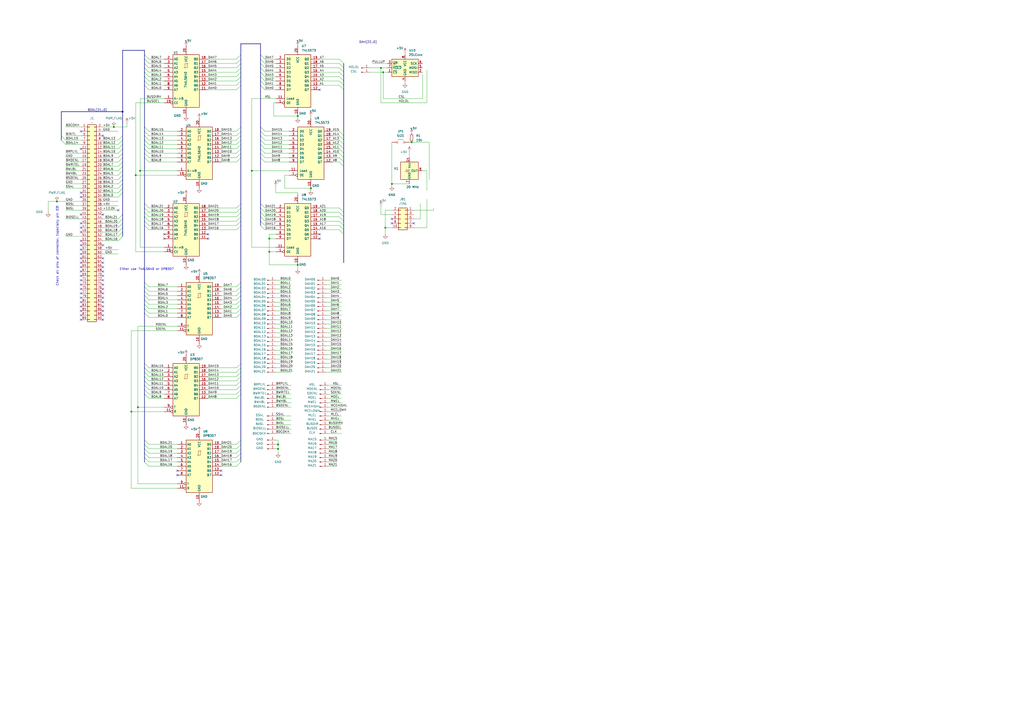
<source format=kicad_sch>
(kicad_sch (version 20231120) (generator "eeschema") (generator_version "8.0")
  (paper "A2")
  (junction (at 78.74 101.6))
  (junction (at 227.33 106.68))
  (junction (at 156.21 138.43))
  (junction (at 238.76 82.55))
  (junction (at 33.02 116.84))
  (junction (at 76.2 238.76))
  (junction (at 220.98 39.37))
  (junction (at 146.05 99.06))
  (junction (at 222.25 41.91))
  (junction (at 180.34 109.22))
  (junction (at 71.12 64.77))
  (junction (at 223.52 132.08))
  (junction (at 81.28 99.06))
  (junction (at 172.72 153.67))
  (junction (at 156.21 146.05))
  (junction (at 80.01 236.22))
  (junction (at 161.29 260.35))
  (junction (at 172.72 67.31))
  (junction (at 66.04 73.66))
  (junction (at 161.29 257.81))
  (no_connect (at 46.99 152.4))
  (no_connect (at 59.69 142.24))
  (no_connect (at 46.99 170.18))
  (no_connect (at 59.69 180.34))
  (no_connect (at 46.99 124.46))
  (no_connect (at 59.69 170.18))
  (no_connect (at 46.99 76.2))
  (no_connect (at 46.99 129.54))
  (no_connect (at 102.87 275.59))
  (no_connect (at 59.69 162.56))
  (no_connect (at 46.99 172.72))
  (no_connect (at 46.99 149.86))
  (no_connect (at 128.27 273.05))
  (no_connect (at 120.65 138.43))
  (no_connect (at 185.42 52.07))
  (no_connect (at 46.99 165.1))
  (no_connect (at 46.99 162.56))
  (no_connect (at 59.69 149.86))
  (no_connect (at 59.69 177.8))
  (no_connect (at 59.69 185.42))
  (no_connect (at 46.99 177.8))
  (no_connect (at 46.99 160.02))
  (no_connect (at 59.69 154.94))
  (no_connect (at 59.69 172.72))
  (no_connect (at 46.99 132.08))
  (no_connect (at 68.58 121.92))
  (no_connect (at 59.69 160.02))
  (no_connect (at 59.69 157.48))
  (no_connect (at 59.69 152.4))
  (no_connect (at 46.99 175.26))
  (no_connect (at 46.99 139.7))
  (no_connect (at 59.69 175.26))
  (no_connect (at 227.33 127))
  (no_connect (at 46.99 86.36))
  (no_connect (at 46.99 185.42))
  (no_connect (at 59.69 167.64))
  (no_connect (at 59.69 165.1))
  (no_connect (at 102.87 273.05))
  (no_connect (at 59.69 182.88))
  (no_connect (at 46.99 114.3))
  (no_connect (at 46.99 111.76))
  (no_connect (at 46.99 182.88))
  (no_connect (at 46.99 144.78))
  (no_connect (at 120.65 135.89))
  (no_connect (at 46.99 134.62))
  (no_connect (at 185.42 135.89))
  (no_connect (at 46.99 180.34))
  (no_connect (at 46.99 142.24))
  (no_connect (at 46.99 157.48))
  (no_connect (at 59.69 78.74))
  (no_connect (at 185.42 138.43))
  (no_connect (at 46.99 167.64))
  (no_connect (at 46.99 147.32))
  (no_connect (at 95.25 138.43))
  (no_connect (at 240.03 129.54))
  (no_connect (at 59.69 124.46))
  (no_connect (at 95.25 135.89))
  (no_connect (at 227.33 129.54))
  (no_connect (at 46.99 154.94))
  (no_connect (at 128.27 275.59))
  (bus_entry (at 137.16 215.9) (size 2.54 -2.54))
  (bus_entry (at 86.36 88.9) (size -2.54 -2.54))
  (bus_entry (at 199.39 52.07) (size -2.54 -2.54))
  (bus_entry (at 137.16 133.35) (size 2.54 -2.54))
  (bus_entry (at 151.13 91.44) (size 2.54 2.54))
  (bus_entry (at 86.36 176.53) (size -2.54 -2.54))
  (bus_entry (at 86.36 223.52) (size -2.54 -2.54))
  (bus_entry (at 86.36 270.51) (size -2.54 -2.54))
  (bus_entry (at 137.16 262.89) (size 2.54 -2.54))
  (bus_entry (at 68.58 93.98) (size 2.54 -2.54))
  (bus_entry (at 199.39 83.82) (size -2.54 -2.54))
  (bus_entry (at 86.36 86.36) (size -2.54 -2.54))
  (bus_entry (at 137.16 128.27) (size 2.54 -2.54))
  (bus_entry (at 86.36 181.61) (size -2.54 -2.54))
  (bus_entry (at 137.16 39.37) (size 2.54 -2.54))
  (bus_entry (at 199.39 135.89) (size -2.54 -2.54))
  (bus_entry (at 151.13 123.19) (size 2.54 2.54))
  (bus_entry (at 137.16 181.61) (size 2.54 -2.54))
  (bus_entry (at 151.13 120.65) (size 2.54 2.54))
  (bus_entry (at 199.39 41.91) (size -2.54 -2.54))
  (bus_entry (at 86.36 81.28) (size -2.54 -2.54))
  (bus_entry (at 151.13 31.75) (size 2.54 2.54))
  (bus_entry (at 68.58 96.52) (size 2.54 -2.54))
  (bus_entry (at 137.16 270.51) (size 2.54 -2.54))
  (bus_entry (at 137.16 41.91) (size 2.54 -2.54))
  (bus_entry (at 137.16 176.53) (size 2.54 -2.54))
  (bus_entry (at 199.39 93.98) (size -2.54 -2.54))
  (bus_entry (at 137.16 123.19) (size 2.54 -2.54))
  (bus_entry (at 86.36 120.65) (size -2.54 -2.54))
  (bus_entry (at 86.36 125.73) (size -2.54 -2.54))
  (bus_entry (at 137.16 218.44) (size 2.54 -2.54))
  (bus_entry (at 137.16 228.6) (size 2.54 -2.54))
  (bus_entry (at 86.36 265.43) (size -2.54 -2.54))
  (bus_entry (at 86.36 52.07) (size -2.54 -2.54))
  (bus_entry (at 199.39 128.27) (size -2.54 -2.54))
  (bus_entry (at 137.16 257.81) (size 2.54 -2.54))
  (bus_entry (at 137.16 83.82) (size 2.54 -2.54))
  (bus_entry (at 137.16 226.06) (size 2.54 -2.54))
  (bus_entry (at 86.36 267.97) (size -2.54 -2.54))
  (bus_entry (at 35.56 78.74) (size 2.54 2.54))
  (bus_entry (at 137.16 166.37) (size 2.54 -2.54))
  (bus_entry (at 68.58 114.3) (size 2.54 -2.54))
  (bus_entry (at 137.16 213.36) (size 2.54 -2.54))
  (bus_entry (at 86.36 133.35) (size -2.54 -2.54))
  (bus_entry (at 68.58 88.9) (size 2.54 -2.54))
  (bus_entry (at 137.16 34.29) (size 2.54 -2.54))
  (bus_entry (at 68.58 139.7) (size 2.54 -2.54))
  (bus_entry (at 137.16 231.14) (size 2.54 -2.54))
  (bus_entry (at 137.16 173.99) (size 2.54 -2.54))
  (bus_entry (at 137.16 260.35) (size 2.54 -2.54))
  (bus_entry (at 137.16 265.43) (size 2.54 -2.54))
  (bus_entry (at 199.39 39.37) (size -2.54 -2.54))
  (bus_entry (at 86.36 44.45) (size -2.54 -2.54))
  (bus_entry (at 68.58 91.44) (size 2.54 -2.54))
  (bus_entry (at 86.36 34.29) (size -2.54 -2.54))
  (bus_entry (at 199.39 36.83) (size -2.54 -2.54))
  (bus_entry (at 86.36 83.82) (size -2.54 -2.54))
  (bus_entry (at 137.16 81.28) (size 2.54 -2.54))
  (bus_entry (at 86.36 184.15) (size -2.54 -2.54))
  (bus_entry (at 68.58 134.62) (size 2.54 -2.54))
  (bus_entry (at 151.13 41.91) (size 2.54 2.54))
  (bus_entry (at 86.36 173.99) (size -2.54 -2.54))
  (bus_entry (at 137.16 78.74) (size 2.54 -2.54))
  (bus_entry (at 86.36 39.37) (size -2.54 -2.54))
  (bus_entry (at 137.16 36.83) (size 2.54 -2.54))
  (bus_entry (at 86.36 166.37) (size -2.54 -2.54))
  (bus_entry (at 86.36 257.81) (size -2.54 -2.54))
  (bus_entry (at 137.16 220.98) (size 2.54 -2.54))
  (bus_entry (at 86.36 41.91) (size -2.54 -2.54))
  (bus_entry (at 68.58 83.82) (size 2.54 -2.54))
  (bus_entry (at 199.39 81.28) (size -2.54 -2.54))
  (bus_entry (at 151.13 46.99) (size 2.54 2.54))
  (bus_entry (at 86.36 76.2) (size -2.54 -2.54))
  (bus_entry (at 151.13 88.9) (size 2.54 2.54))
  (bus_entry (at 137.16 120.65) (size 2.54 -2.54))
  (bus_entry (at 137.16 44.45) (size 2.54 -2.54))
  (bus_entry (at 151.13 39.37) (size 2.54 2.54))
  (bus_entry (at 137.16 52.07) (size 2.54 -2.54))
  (bus_entry (at 86.36 218.44) (size -2.54 -2.54))
  (bus_entry (at 86.36 260.35) (size -2.54 -2.54))
  (bus_entry (at 137.16 46.99) (size 2.54 -2.54))
  (bus_entry (at 86.36 130.81) (size -2.54 -2.54))
  (bus_entry (at 137.16 76.2) (size 2.54 -2.54))
  (bus_entry (at 86.36 231.14) (size -2.54 -2.54))
  (bus_entry (at 68.58 81.28) (size 2.54 -2.54))
  (bus_entry (at 137.16 86.36) (size 2.54 -2.54))
  (bus_entry (at 86.36 213.36) (size -2.54 -2.54))
  (bus_entry (at 86.36 168.91) (size -2.54 -2.54))
  (bus_entry (at 86.36 220.98) (size -2.54 -2.54))
  (bus_entry (at 137.16 91.44) (size 2.54 -2.54))
  (bus_entry (at 68.58 86.36) (size 2.54 -2.54))
  (bus_entry (at 151.13 130.81) (size 2.54 2.54))
  (bus_entry (at 137.16 267.97) (size 2.54 -2.54))
  (bus_entry (at 199.39 46.99) (size -2.54 -2.54))
  (bus_entry (at 151.13 118.11) (size 2.54 2.54))
  (bus_entry (at 68.58 111.76) (size 2.54 -2.54))
  (bus_entry (at 137.16 184.15) (size 2.54 -2.54))
  (bus_entry (at 86.36 46.99) (size -2.54 -2.54))
  (bus_entry (at 86.36 228.6) (size -2.54 -2.54))
  (bus_entry (at 151.13 125.73) (size 2.54 2.54))
  (bus_entry (at 137.16 125.73) (size 2.54 -2.54))
  (bus_entry (at 68.58 137.16) (size 2.54 -2.54))
  (bus_entry (at 86.36 78.74) (size -2.54 -2.54))
  (bus_entry (at 137.16 168.91) (size 2.54 -2.54))
  (bus_entry (at 68.58 99.06) (size 2.54 -2.54))
  (bus_entry (at 86.36 36.83) (size -2.54 -2.54))
  (bus_entry (at 68.58 104.14) (size 2.54 -2.54))
  (bus_entry (at 199.39 123.19) (size -2.54 -2.54))
  (bus_entry (at 137.16 130.81) (size 2.54 -2.54))
  (bus_entry (at 199.39 125.73) (size -2.54 -2.54))
  (bus_entry (at 151.13 76.2) (size 2.54 2.54))
  (bus_entry (at 137.16 49.53) (size 2.54 -2.54))
  (bus_entry (at 86.36 179.07) (size -2.54 -2.54))
  (bus_entry (at 68.58 129.54) (size 2.54 -2.54))
  (bus_entry (at 86.36 262.89) (size -2.54 -2.54))
  (bus_entry (at 151.13 73.66) (size 2.54 2.54))
  (bus_entry (at 151.13 34.29) (size 2.54 2.54))
  (bus_entry (at 199.39 91.44) (size -2.54 -2.54))
  (bus_entry (at 68.58 132.08) (size 2.54 -2.54))
  (bus_entry (at 68.58 101.6) (size 2.54 -2.54))
  (bus_entry (at 86.36 171.45) (size -2.54 -2.54))
  (bus_entry (at 68.58 106.68) (size 2.54 -2.54))
  (bus_entry (at 151.13 81.28) (size 2.54 2.54))
  (bus_entry (at 151.13 78.74) (size 2.54 2.54))
  (bus_entry (at 151.13 36.83) (size 2.54 2.54))
  (bus_entry (at 86.36 93.98) (size -2.54 -2.54))
  (bus_entry (at 151.13 86.36) (size 2.54 2.54))
  (bus_entry (at 199.39 44.45) (size -2.54 -2.54))
  (bus_entry (at 137.16 171.45) (size 2.54 -2.54))
  (bus_entry (at 199.39 130.81) (size -2.54 -2.54))
  (bus_entry (at 68.58 109.22) (size 2.54 -2.54))
  (bus_entry (at 151.13 83.82) (size 2.54 2.54))
  (bus_entry (at 137.16 93.98) (size 2.54 -2.54))
  (bus_entry (at 151.13 128.27) (size 2.54 2.54))
  (bus_entry (at 86.36 91.44) (size -2.54 -2.54))
  (bus_entry (at 86.36 226.06) (size -2.54 -2.54))
  (bus_entry (at 35.56 81.28) (size 2.54 2.54))
  (bus_entry (at 199.39 49.53) (size -2.54 -2.54))
  (bus_entry (at 137.16 179.07) (size 2.54 -2.54))
  (bus_entry (at 68.58 127) (size 2.54 -2.54))
  (bus_entry (at 86.36 215.9) (size -2.54 -2.54))
  (bus_entry (at 86.36 128.27) (size -2.54 -2.54))
  (bus_entry (at 151.13 44.45) (size 2.54 2.54))
  (bus_entry (at 86.36 123.19) (size -2.54 -2.54))
  (bus_entry (at 86.36 49.53) (size -2.54 -2.54))
  (bus_entry (at 137.16 88.9) (size 2.54 -2.54))
  (bus_entry (at 199.39 86.36) (size -2.54 -2.54))
  (bus_entry (at 199.39 88.9) (size -2.54 -2.54))
  (bus_entry (at 199.39 96.52) (size -2.54 -2.54))
  (bus_entry (at 199.39 78.74) (size -2.54 -2.54))
  (bus_entry (at 199.39 133.35) (size -2.54 -2.54))
  (bus_entry (at 137.16 223.52) (size 2.54 -2.54))
  (bus_entry (at 151.13 49.53) (size 2.54 2.54))
  (wire (pts (xy 86.36 36.83) (xy 95.25 36.83)))
  (wire (pts (xy 190.5 246.38) (xy 198.12 246.38)))
  (wire (pts (xy 160.02 213.36) (xy 168.91 213.36)))
  (wire (pts (xy 86.36 88.9) (xy 102.87 88.9)))
  (bus (pts (xy 83.82 91.44) (xy 83.82 118.11)))
  (bus (pts (xy 83.82 78.74) (xy 83.82 81.28)))
  (wire (pts (xy 120.65 34.29) (xy 137.16 34.29)))
  (wire (pts (xy 128.27 176.53) (xy 137.16 176.53)))
  (wire (pts (xy 153.67 130.81) (xy 160.02 130.81)))
  (wire (pts (xy 189.23 208.28) (xy 198.12 208.28)))
  (bus (pts (xy 151.13 128.27) (xy 151.13 130.81)))
  (wire (pts (xy 156.21 138.43) (xy 156.21 135.89)))
  (bus (pts (xy 83.82 130.81) (xy 83.82 163.83)))
  (bus (pts (xy 83.82 215.9) (xy 83.82 218.44)))
  (wire (pts (xy 160.02 200.66) (xy 168.91 200.66)))
  (wire (pts (xy 165.1 101.6) (xy 167.64 101.6)))
  (bus (pts (xy 139.7 76.2) (xy 139.7 73.66)))
  (wire (pts (xy 86.36 257.81) (xy 102.87 257.81)))
  (wire (pts (xy 38.1 119.38) (xy 46.99 119.38)))
  (wire (pts (xy 189.23 205.74) (xy 198.12 205.74)))
  (wire (pts (xy 215.9 36.83) (xy 224.79 36.83)))
  (wire (pts (xy 66.04 73.66) (xy 73.66 73.66)))
  (wire (pts (xy 59.69 109.22) (xy 68.58 109.22)))
  (wire (pts (xy 128.27 91.44) (xy 137.16 91.44)))
  (wire (pts (xy 86.36 223.52) (xy 95.25 223.52)))
  (wire (pts (xy 86.36 81.28) (xy 102.87 81.28)))
  (wire (pts (xy 160.02 208.28) (xy 168.91 208.28)))
  (bus (pts (xy 151.13 73.66) (xy 151.13 76.2)))
  (wire (pts (xy 153.67 34.29) (xy 160.02 34.29)))
  (bus (pts (xy 139.7 173.99) (xy 139.7 171.45)))
  (bus (pts (xy 151.13 31.75) (xy 151.13 34.29)))
  (wire (pts (xy 160.02 215.9) (xy 168.91 215.9)))
  (wire (pts (xy 160.02 257.81) (xy 161.29 257.81)))
  (bus (pts (xy 199.39 123.19) (xy 199.39 125.73)))
  (bus (pts (xy 71.12 78.74) (xy 71.12 64.77)))
  (bus (pts (xy 83.82 226.06) (xy 83.82 228.6)))
  (wire (pts (xy 76.2 191.77) (xy 102.87 191.77)))
  (bus (pts (xy 139.7 39.37) (xy 139.7 36.83)))
  (bus (pts (xy 139.7 73.66) (xy 139.7 49.53)))
  (wire (pts (xy 38.1 96.52) (xy 46.99 96.52)))
  (wire (pts (xy 27.94 123.19) (xy 27.94 116.84)))
  (wire (pts (xy 189.23 175.26) (xy 198.12 175.26)))
  (bus (pts (xy 83.82 257.81) (xy 83.82 260.35)))
  (wire (pts (xy 185.42 120.65) (xy 196.85 120.65)))
  (wire (pts (xy 38.1 78.74) (xy 46.99 78.74)))
  (wire (pts (xy 102.87 189.23) (xy 80.01 189.23)))
  (wire (pts (xy 86.36 179.07) (xy 102.87 179.07)))
  (bus (pts (xy 71.12 99.06) (xy 71.12 96.52)))
  (bus (pts (xy 83.82 34.29) (xy 83.82 36.83)))
  (bus (pts (xy 139.7 120.65) (xy 139.7 118.11)))
  (wire (pts (xy 86.36 130.81) (xy 95.25 130.81)))
  (wire (pts (xy 238.76 82.55) (xy 237.49 82.55)))
  (bus (pts (xy 83.82 81.28) (xy 83.82 83.82)))
  (wire (pts (xy 153.67 36.83) (xy 160.02 36.83)))
  (wire (pts (xy 120.65 44.45) (xy 137.16 44.45)))
  (wire (pts (xy 128.27 86.36) (xy 137.16 86.36)))
  (wire (pts (xy 38.1 121.92) (xy 46.99 121.92)))
  (wire (pts (xy 38.1 104.14) (xy 46.99 104.14)))
  (wire (pts (xy 153.67 76.2) (xy 167.64 76.2)))
  (bus (pts (xy 199.39 41.91) (xy 199.39 44.45)))
  (bus (pts (xy 151.13 25.4) (xy 151.13 31.75)))
  (wire (pts (xy 86.36 226.06) (xy 95.25 226.06)))
  (bus (pts (xy 139.7 181.61) (xy 139.7 210.82)))
  (bus (pts (xy 199.39 125.73) (xy 199.39 128.27)))
  (wire (pts (xy 153.67 78.74) (xy 167.64 78.74)))
  (wire (pts (xy 160.02 210.82) (xy 168.91 210.82)))
  (bus (pts (xy 139.7 213.36) (xy 139.7 215.9)))
  (bus (pts (xy 71.12 104.14) (xy 71.12 101.6)))
  (wire (pts (xy 81.28 143.51) (xy 95.25 143.51)))
  (wire (pts (xy 86.36 215.9) (xy 95.25 215.9)))
  (wire (pts (xy 120.65 125.73) (xy 137.16 125.73)))
  (wire (pts (xy 86.36 176.53) (xy 102.87 176.53)))
  (wire (pts (xy 86.36 218.44) (xy 95.25 218.44)))
  (bus (pts (xy 139.7 49.53) (xy 139.7 46.99)))
  (bus (pts (xy 199.39 83.82) (xy 199.39 86.36)))
  (wire (pts (xy 185.42 128.27) (xy 196.85 128.27)))
  (wire (pts (xy 160.02 205.74) (xy 168.91 205.74)))
  (wire (pts (xy 120.65 223.52) (xy 137.16 223.52)))
  (bus (pts (xy 139.7 210.82) (xy 139.7 213.36)))
  (wire (pts (xy 86.36 46.99) (xy 95.25 46.99)))
  (wire (pts (xy 160.02 243.84) (xy 168.91 243.84)))
  (bus (pts (xy 199.39 36.83) (xy 199.39 39.37)))
  (wire (pts (xy 120.65 220.98) (xy 137.16 220.98)))
  (wire (pts (xy 160.02 246.38) (xy 168.91 246.38)))
  (wire (pts (xy 86.36 52.07) (xy 95.25 52.07)))
  (wire (pts (xy 120.65 228.6) (xy 137.16 228.6)))
  (wire (pts (xy 190.5 233.68) (xy 198.12 233.68)))
  (wire (pts (xy 189.23 185.42) (xy 198.12 185.42)))
  (bus (pts (xy 139.7 218.44) (xy 139.7 220.98)))
  (wire (pts (xy 153.67 83.82) (xy 167.64 83.82)))
  (wire (pts (xy 165.1 109.22) (xy 165.1 101.6)))
  (wire (pts (xy 185.42 125.73) (xy 196.85 125.73)))
  (wire (pts (xy 59.69 147.32) (xy 68.58 147.32)))
  (wire (pts (xy 86.36 265.43) (xy 102.87 265.43)))
  (wire (pts (xy 86.36 41.91) (xy 95.25 41.91)))
  (bus (pts (xy 151.13 41.91) (xy 151.13 44.45)))
  (wire (pts (xy 86.36 184.15) (xy 102.87 184.15)))
  (wire (pts (xy 172.72 111.76) (xy 172.72 113.03)))
  (wire (pts (xy 160.02 203.2) (xy 168.91 203.2)))
  (bus (pts (xy 199.39 52.07) (xy 199.39 78.74)))
  (wire (pts (xy 248.92 82.55) (xy 238.76 82.55)))
  (bus (pts (xy 199.39 86.36) (xy 199.39 88.9)))
  (wire (pts (xy 86.36 213.36) (xy 95.25 213.36)))
  (wire (pts (xy 78.74 101.6) (xy 78.74 59.69)))
  (wire (pts (xy 190.5 262.89) (xy 195.58 262.89)))
  (bus (pts (xy 83.82 118.11) (xy 83.82 120.65)))
  (wire (pts (xy 156.21 146.05) (xy 156.21 138.43)))
  (bus (pts (xy 139.7 223.52) (xy 139.7 226.06)))
  (wire (pts (xy 223.52 135.89) (xy 223.52 132.08)))
  (bus (pts (xy 199.39 49.53) (xy 199.39 52.07)))
  (wire (pts (xy 128.27 171.45) (xy 137.16 171.45)))
  (bus (pts (xy 71.12 93.98) (xy 71.12 91.44)))
  (bus (pts (xy 83.82 173.99) (xy 83.82 176.53)))
  (bus (pts (xy 139.7 255.27) (xy 139.7 257.81)))
  (wire (pts (xy 185.42 123.19) (xy 196.85 123.19)))
  (wire (pts (xy 237.49 87.63) (xy 237.49 91.44)))
  (wire (pts (xy 59.69 139.7) (xy 68.58 139.7)))
  (bus (pts (xy 139.7 36.83) (xy 139.7 34.29)))
  (wire (pts (xy 251.46 121.92) (xy 251.46 120.65)))
  (wire (pts (xy 38.1 137.16) (xy 46.99 137.16)))
  (bus (pts (xy 139.7 88.9) (xy 139.7 86.36)))
  (wire (pts (xy 95.25 146.05) (xy 78.74 146.05)))
  (wire (pts (xy 59.69 76.2) (xy 68.58 76.2)))
  (wire (pts (xy 245.11 99.06) (xy 247.65 99.06)))
  (wire (pts (xy 220.98 119.38) (xy 220.98 124.46)))
  (wire (pts (xy 160.02 180.34) (xy 168.91 180.34)))
  (bus (pts (xy 199.39 130.81) (xy 199.39 133.35)))
  (bus (pts (xy 199.39 93.98) (xy 199.39 96.52)))
  (wire (pts (xy 80.01 280.67) (xy 80.01 236.22)))
  (wire (pts (xy 59.69 144.78) (xy 68.58 144.78)))
  (wire (pts (xy 220.98 39.37) (xy 224.79 39.37)))
  (wire (pts (xy 76.2 283.21) (xy 76.2 238.76)))
  (wire (pts (xy 189.23 193.04) (xy 198.12 193.04)))
  (wire (pts (xy 120.65 218.44) (xy 137.16 218.44)))
  (wire (pts (xy 38.1 109.22) (xy 46.99 109.22)))
  (wire (pts (xy 153.67 91.44) (xy 167.64 91.44)))
  (wire (pts (xy 27.94 116.84) (xy 33.02 116.84)))
  (bus (pts (xy 71.12 127) (xy 71.12 124.46)))
  (wire (pts (xy 120.65 215.9) (xy 137.16 215.9)))
  (wire (pts (xy 189.23 200.66) (xy 198.12 200.66)))
  (bus (pts (xy 71.12 83.82) (xy 71.12 81.28)))
  (wire (pts (xy 161.29 260.35) (xy 161.29 257.81)))
  (wire (pts (xy 38.1 91.44) (xy 46.99 91.44)))
  (wire (pts (xy 153.67 86.36) (xy 167.64 86.36)))
  (bus (pts (xy 83.82 171.45) (xy 83.82 173.99)))
  (wire (pts (xy 248.92 82.55) (xy 248.92 104.14)))
  (bus (pts (xy 83.82 49.53) (xy 83.82 73.66)))
  (wire (pts (xy 128.27 81.28) (xy 137.16 81.28)))
  (bus (pts (xy 83.82 220.98) (xy 83.82 223.52)))
  (wire (pts (xy 120.65 120.65) (xy 137.16 120.65)))
  (bus (pts (xy 139.7 41.91) (xy 139.7 39.37)))
  (bus (pts (xy 35.56 64.77) (xy 71.12 64.77)))
  (wire (pts (xy 38.1 106.68) (xy 46.99 106.68)))
  (bus (pts (xy 139.7 166.37) (xy 139.7 163.83)))
  (wire (pts (xy 185.42 44.45) (xy 196.85 44.45)))
  (bus (pts (xy 83.82 213.36) (xy 83.82 215.9)))
  (wire (pts (xy 80.01 189.23) (xy 80.01 236.22)))
  (wire (pts (xy 156.21 135.89) (xy 160.02 135.89)))
  (wire (pts (xy 86.36 125.73) (xy 95.25 125.73)))
  (wire (pts (xy 76.2 238.76) (xy 76.2 191.77)))
  (bus (pts (xy 139.7 44.45) (xy 139.7 41.91)))
  (wire (pts (xy 190.5 251.46) (xy 198.12 251.46)))
  (wire (pts (xy 214.63 39.37) (xy 220.98 39.37)))
  (wire (pts (xy 120.65 213.36) (xy 137.16 213.36)))
  (wire (pts (xy 128.27 262.89) (xy 137.16 262.89)))
  (wire (pts (xy 59.69 134.62) (xy 68.58 134.62)))
  (bus (pts (xy 83.82 44.45) (xy 83.82 46.99)))
  (wire (pts (xy 160.02 175.26) (xy 168.91 175.26)))
  (wire (pts (xy 172.72 153.67) (xy 172.72 156.21)))
  (bus (pts (xy 139.7 125.73) (xy 139.7 123.19)))
  (wire (pts (xy 156.21 153.67) (xy 156.21 146.05)))
  (wire (pts (xy 214.63 41.91) (xy 222.25 41.91)))
  (bus (pts (xy 71.12 101.6) (xy 71.12 99.06)))
  (wire (pts (xy 240.03 127) (xy 243.84 127)))
  (bus (pts (xy 83.82 181.61) (xy 83.82 210.82)))
  (wire (pts (xy 128.27 267.97) (xy 137.16 267.97)))
  (wire (pts (xy 160.02 111.76) (xy 172.72 111.76)))
  (wire (pts (xy 153.67 41.91) (xy 160.02 41.91)))
  (wire (pts (xy 247.65 59.69) (xy 220.98 59.69)))
  (wire (pts (xy 59.69 116.84) (xy 68.58 116.84)))
  (wire (pts (xy 86.36 171.45) (xy 102.87 171.45)))
  (bus (pts (xy 139.7 46.99) (xy 139.7 44.45)))
  (wire (pts (xy 128.27 270.51) (xy 137.16 270.51)))
  (bus (pts (xy 71.12 91.44) (xy 71.12 88.9)))
  (bus (pts (xy 199.39 128.27) (xy 199.39 130.81)))
  (wire (pts (xy 160.02 167.64) (xy 168.91 167.64)))
  (wire (pts (xy 86.36 231.14) (xy 95.25 231.14)))
  (wire (pts (xy 193.04 88.9) (xy 196.85 88.9)))
  (wire (pts (xy 193.04 81.28) (xy 196.85 81.28)))
  (bus (pts (xy 199.39 88.9) (xy 199.39 91.44)))
  (bus (pts (xy 35.56 78.74) (xy 35.56 64.77)))
  (wire (pts (xy 240.03 121.92) (xy 251.46 121.92)))
  (bus (pts (xy 71.12 134.62) (xy 71.12 132.08)))
  (bus (pts (xy 139.7 171.45) (xy 139.7 168.91)))
  (bus (pts (xy 71.12 88.9) (xy 71.12 86.36)))
  (bus (pts (xy 139.7 220.98) (xy 139.7 223.52)))
  (wire (pts (xy 189.23 210.82) (xy 198.12 210.82)))
  (wire (pts (xy 160.02 182.88) (xy 168.91 182.88)))
  (wire (pts (xy 220.98 59.69) (xy 220.98 39.37)))
  (wire (pts (xy 189.23 198.12) (xy 198.12 198.12)))
  (wire (pts (xy 189.23 190.5) (xy 198.12 190.5)))
  (bus (pts (xy 83.82 73.66) (xy 83.82 76.2)))
  (wire (pts (xy 160.02 248.92) (xy 168.91 248.92)))
  (wire (pts (xy 160.02 198.12) (xy 168.91 198.12)))
  (wire (pts (xy 78.74 146.05) (xy 78.74 101.6)))
  (bus (pts (xy 199.39 96.52) (xy 199.39 123.19)))
  (bus (pts (xy 139.7 86.36) (xy 139.7 83.82)))
  (wire (pts (xy 160.02 223.52) (xy 168.91 223.52)))
  (bus (pts (xy 151.13 120.65) (xy 151.13 123.19)))
  (wire (pts (xy 222.25 41.91) (xy 222.25 57.15)))
  (wire (pts (xy 190.5 257.81) (xy 195.58 257.81)))
  (wire (pts (xy 190.5 260.35) (xy 195.58 260.35)))
  (wire (pts (xy 120.65 123.19) (xy 137.16 123.19)))
  (bus (pts (xy 139.7 265.43) (xy 139.7 267.97)))
  (bus (pts (xy 83.82 120.65) (xy 83.82 123.19)))
  (wire (pts (xy 128.27 76.2) (xy 137.16 76.2)))
  (wire (pts (xy 128.27 93.98) (xy 137.16 93.98)))
  (bus (pts (xy 71.12 86.36) (xy 71.12 83.82)))
  (bus (pts (xy 199.39 135.89) (xy 199.39 152.4)))
  (wire (pts (xy 86.36 133.35) (xy 95.25 133.35)))
  (wire (pts (xy 153.67 120.65) (xy 160.02 120.65)))
  (wire (pts (xy 59.69 119.38) (xy 68.58 119.38)))
  (wire (pts (xy 234.95 30.48) (xy 234.95 31.75)))
  (bus (pts (xy 139.7 118.11) (xy 139.7 91.44)))
  (bus (pts (xy 71.12 96.52) (xy 71.12 93.98)))
  (wire (pts (xy 160.02 195.58) (xy 168.91 195.58)))
  (wire (pts (xy 38.1 93.98) (xy 46.99 93.98)))
  (bus (pts (xy 139.7 215.9) (xy 139.7 218.44)))
  (wire (pts (xy 190.5 241.3) (xy 198.12 241.3)))
  (wire (pts (xy 189.23 213.36) (xy 198.12 213.36)))
  (wire (pts (xy 190.5 231.14) (xy 198.12 231.14)))
  (bus (pts (xy 83.82 218.44) (xy 83.82 220.98)))
  (wire (pts (xy 185.42 49.53) (xy 196.85 49.53)))
  (wire (pts (xy 78.74 59.69) (xy 95.25 59.69)))
  (wire (pts (xy 234.95 46.99) (xy 234.95 48.26)))
  (wire (pts (xy 86.36 78.74) (xy 102.87 78.74)))
  (bus (pts (xy 83.82 166.37) (xy 83.82 168.91)))
  (bus (pts (xy 151.13 125.73) (xy 151.13 128.27)))
  (bus (pts (xy 139.7 83.82) (xy 139.7 81.28)))
  (bus (pts (xy 83.82 125.73) (xy 83.82 128.27)))
  (wire (pts (xy 190.5 226.06) (xy 198.12 226.06)))
  (bus (pts (xy 199.39 39.37) (xy 199.39 41.91)))
  (wire (pts (xy 153.67 46.99) (xy 160.02 46.99)))
  (wire (pts (xy 160.02 226.06) (xy 168.91 226.06)))
  (bus (pts (xy 71.12 129.54) (xy 71.12 127)))
  (wire (pts (xy 128.27 166.37) (xy 137.16 166.37)))
  (wire (pts (xy 153.67 52.07) (xy 160.02 52.07)))
  (wire (pts (xy 160.02 177.8) (xy 168.91 177.8)))
  (wire (pts (xy 223.52 121.92) (xy 227.33 121.92)))
  (wire (pts (xy 224.79 41.91) (xy 222.25 41.91)))
  (wire (pts (xy 190.5 243.84) (xy 198.12 243.84)))
  (wire (pts (xy 59.69 111.76) (xy 68.58 111.76)))
  (wire (pts (xy 189.23 195.58) (xy 198.12 195.58)))
  (wire (pts (xy 86.36 83.82) (xy 102.87 83.82)))
  (wire (pts (xy 59.69 96.52) (xy 68.58 96.52)))
  (wire (pts (xy 86.36 220.98) (xy 95.25 220.98)))
  (wire (pts (xy 86.36 228.6) (xy 95.25 228.6)))
  (bus (pts (xy 139.7 260.35) (xy 139.7 262.89)))
  (wire (pts (xy 86.36 91.44) (xy 102.87 91.44)))
  (bus (pts (xy 139.7 176.53) (xy 139.7 173.99)))
  (wire (pts (xy 59.69 106.68) (xy 68.58 106.68)))
  (wire (pts (xy 153.67 123.19) (xy 160.02 123.19)))
  (wire (pts (xy 227.33 106.68) (xy 237.49 106.68)))
  (wire (pts (xy 59.69 129.54) (xy 68.58 129.54)))
  (wire (pts (xy 193.04 91.44) (xy 196.85 91.44)))
  (wire (pts (xy 158.75 59.69) (xy 160.02 59.69)))
  (wire (pts (xy 160.02 107.95) (xy 160.02 111.76)))
  (wire (pts (xy 81.28 99.06) (xy 102.87 99.06)))
  (wire (pts (xy 102.87 280.67) (xy 80.01 280.67)))
  (wire (pts (xy 128.27 173.99) (xy 137.16 173.99)))
  (wire (pts (xy 153.67 93.98) (xy 167.64 93.98)))
  (bus (pts (xy 83.82 210.82) (xy 83.82 213.36)))
  (wire (pts (xy 185.42 36.83) (xy 196.85 36.83)))
  (wire (pts (xy 120.65 46.99) (xy 137.16 46.99)))
  (wire (pts (xy 160.02 260.35) (xy 161.29 260.35)))
  (wire (pts (xy 190.5 238.76) (xy 198.12 238.76)))
  (bus (pts (xy 83.82 86.36) (xy 83.82 88.9)))
  (wire (pts (xy 86.36 93.98) (xy 102.87 93.98)))
  (wire (pts (xy 193.04 86.36) (xy 196.85 86.36)))
  (wire (pts (xy 59.69 91.44) (xy 68.58 91.44)))
  (bus (pts (xy 83.82 31.75) (xy 83.82 34.29)))
  (wire (pts (xy 161.29 257.81) (xy 161.29 255.27)))
  (wire (pts (xy 160.02 241.3) (xy 168.91 241.3)))
  (wire (pts (xy 185.42 34.29) (xy 196.85 34.29)))
  (wire (pts (xy 190.5 267.97) (xy 195.58 267.97)))
  (wire (pts (xy 146.05 143.51) (xy 146.05 99.06)))
  (wire (pts (xy 160.02 236.22) (xy 168.91 236.22)))
  (wire (pts (xy 189.23 177.8) (xy 198.12 177.8)))
  (bus (pts (xy 139.7 257.81) (xy 139.7 260.35)))
  (wire (pts (xy 160.02 172.72) (xy 168.91 172.72)))
  (wire (pts (xy 146.05 57.15) (xy 160.02 57.15)))
  (wire (pts (xy 95.25 57.15) (xy 81.28 57.15)))
  (bus (pts (xy 83.82 88.9) (xy 83.82 91.44)))
  (wire (pts (xy 189.23 165.1) (xy 198.12 165.1)))
  (wire (pts (xy 86.36 267.97) (xy 102.87 267.97)))
  (wire (pts (xy 153.67 88.9) (xy 167.64 88.9)))
  (wire (pts (xy 128.27 88.9) (xy 137.16 88.9)))
  (wire (pts (xy 86.36 123.19) (xy 95.25 123.19)))
  (wire (pts (xy 189.23 215.9) (xy 198.12 215.9)))
  (bus (pts (xy 199.39 78.74) (xy 199.39 81.28)))
  (wire (pts (xy 128.27 260.35) (xy 137.16 260.35)))
  (bus (pts (xy 83.82 168.91) (xy 83.82 171.45)))
  (wire (pts (xy 38.1 83.82) (xy 46.99 83.82)))
  (wire (pts (xy 120.65 226.06) (xy 137.16 226.06)))
  (bus (pts (xy 139.7 91.44) (xy 139.7 88.9)))
  (bus (pts (xy 151.13 46.99) (xy 151.13 49.53)))
  (wire (pts (xy 120.65 41.91) (xy 137.16 41.91)))
  (wire (pts (xy 59.69 101.6) (xy 68.58 101.6)))
  (bus (pts (xy 83.82 223.52) (xy 83.82 226.06)))
  (wire (pts (xy 120.65 231.14) (xy 137.16 231.14)))
  (wire (pts (xy 189.23 182.88) (xy 198.12 182.88)))
  (wire (pts (xy 120.65 36.83) (xy 137.16 36.83)))
  (wire (pts (xy 185.42 46.99) (xy 196.85 46.99)))
  (wire (pts (xy 189.23 170.18) (xy 198.12 170.18)))
  (bus (pts (xy 71.12 111.76) (xy 71.12 109.22)))
  (wire (pts (xy 180.34 109.22) (xy 180.34 110.49)))
  (bus (pts (xy 71.12 124.46) (xy 71.12 111.76)))
  (wire (pts (xy 172.72 153.67) (xy 156.21 153.67)))
  (wire (pts (xy 223.52 132.08) (xy 227.33 132.08)))
  (bus (pts (xy 83.82 265.43) (xy 83.82 267.97)))
  (bus (pts (xy 83.82 179.07) (xy 83.82 181.61)))
  (wire (pts (xy 247.65 40.64) (xy 247.65 59.69)))
  (bus (pts (xy 139.7 179.07) (xy 139.7 176.53)))
  (bus (pts (xy 199.39 44.45) (xy 199.39 46.99)))
  (wire (pts (xy 189.23 180.34) (xy 198.12 180.34)))
  (bus (pts (xy 71.12 64.77) (xy 71.12 29.21)))
  (bus (pts (xy 199.39 81.28) (xy 199.39 83.82)))
  (wire (pts (xy 189.23 162.56) (xy 198.12 162.56)))
  (wire (pts (xy 59.69 127) (xy 68.58 127)))
  (wire (pts (xy 59.69 132.08) (xy 68.58 132.08)))
  (wire (pts (xy 160.02 165.1) (xy 168.91 165.1)))
  (wire (pts (xy 59.69 99.06) (xy 68.58 99.06)))
  (wire (pts (xy 153.67 81.28) (xy 167.64 81.28)))
  (wire (pts (xy 73.66 73.66) (xy 73.66 71.12)))
  (wire (pts (xy 240.03 132.08) (xy 247.65 132.08)))
  (bus (pts (xy 71.12 137.16) (xy 71.12 134.62)))
  (wire (pts (xy 38.1 99.06) (xy 46.99 99.06)))
  (wire (pts (xy 86.36 128.27) (xy 95.25 128.27)))
  (bus (pts (xy 139.7 181.61) (xy 139.7 179.07)))
  (bus (pts (xy 151.13 83.82) (xy 151.13 86.36)))
  (wire (pts (xy 81.28 57.15) (xy 81.28 99.06)))
  (bus (pts (xy 151.13 118.11) (xy 151.13 120.65)))
  (wire (pts (xy 172.72 67.31) (xy 172.72 68.58)))
  (wire (pts (xy 38.1 81.28) (xy 46.99 81.28)))
  (bus (pts (xy 83.82 128.27) (xy 83.82 130.81)))
  (bus (pts (xy 151.13 123.19) (xy 151.13 125.73)))
  (wire (pts (xy 128.27 179.07) (xy 137.16 179.07)))
  (wire (pts (xy 189.23 172.72) (xy 198.12 172.72)))
  (bus (pts (xy 71.12 29.21) (xy 83.82 29.21)))
  (wire (pts (xy 120.65 39.37) (xy 137.16 39.37)))
  (wire (pts (xy 128.27 257.81) (xy 137.16 257.81)))
  (bus (pts (xy 139.7 228.6) (xy 139.7 255.27)))
  (wire (pts (xy 160.02 231.14) (xy 168.91 231.14)))
  (wire (pts (xy 180.34 67.31) (xy 180.34 68.58)))
  (wire (pts (xy 189.23 167.64) (xy 198.12 167.64)))
  (wire (pts (xy 160.02 187.96) (xy 168.91 187.96)))
  (wire (pts (xy 247.65 99.06) (xy 247.65 110.49)))
  (bus (pts (xy 139.7 123.19) (xy 139.7 120.65)))
  (wire (pts (xy 146.05 99.06) (xy 146.05 57.15)))
  (wire (pts (xy 78.74 101.6) (xy 102.87 101.6)))
  (bus (pts (xy 199.39 46.99) (xy 199.39 49.53)))
  (wire (pts (xy 86.36 260.35) (xy 102.87 260.35)))
  (bus (pts (xy 139.7 81.28) (xy 139.7 78.74)))
  (bus (pts (xy 151.13 81.28) (xy 151.13 83.82)))
  (wire (pts (xy 86.36 34.29) (xy 95.25 34.29)))
  (wire (pts (xy 158.75 67.31) (xy 158.75 59.69)))
  (wire (pts (xy 86.36 173.99) (xy 102.87 173.99)))
  (bus (pts (xy 83.82 41.91) (xy 83.82 44.45)))
  (bus (pts (xy 139.7 25.4) (xy 151.13 25.4)))
  (wire (pts (xy 153.67 44.45) (xy 160.02 44.45)))
  (bus (pts (xy 83.82 46.99) (xy 83.82 49.53)))
  (wire (pts (xy 193.04 78.74) (xy 196.85 78.74)))
  (bus (pts (xy 83.82 123.19) (xy 83.82 125.73)))
  (bus (pts (xy 35.56 81.28) (xy 35.56 78.74)))
  (bus (pts (xy 199.39 133.35) (xy 199.39 135.89)))
  (wire (pts (xy 59.69 88.9) (xy 68.58 88.9)))
  (bus (pts (xy 151.13 34.29) (xy 151.13 36.83)))
  (wire (pts (xy 190.5 248.92) (xy 198.12 248.92)))
  (bus (pts (xy 139.7 34.29) (xy 139.7 31.75)))
  (bus (pts (xy 83.82 255.27) (xy 83.82 257.81)))
  (bus (pts (xy 83.82 176.53) (xy 83.82 179.07)))
  (bus (pts (xy 139.7 226.06) (xy 139.7 228.6)))
  (wire (pts (xy 128.27 168.91) (xy 137.16 168.91)))
  (wire (pts (xy 161.29 255.27) (xy 160.02 255.27)))
  (bus (pts (xy 139.7 262.89) (xy 139.7 265.43)))
  (wire (pts (xy 190.5 236.22) (xy 198.12 236.22)))
  (wire (pts (xy 193.04 76.2) (xy 196.85 76.2)))
  (bus (pts (xy 151.13 76.2) (xy 151.13 78.74)))
  (wire (pts (xy 160.02 251.46) (xy 168.91 251.46)))
  (wire (pts (xy 38.1 101.6) (xy 46.99 101.6)))
  (bus (pts (xy 151.13 91.44) (xy 151.13 118.11)))
  (bus (pts (xy 151.13 88.9) (xy 151.13 91.44)))
  (wire (pts (xy 59.69 137.16) (xy 68.58 137.16)))
  (wire (pts (xy 120.65 133.35) (xy 137.16 133.35)))
  (wire (pts (xy 153.67 128.27) (xy 160.02 128.27)))
  (wire (pts (xy 160.02 190.5) (xy 168.91 190.5)))
  (wire (pts (xy 153.67 125.73) (xy 160.02 125.73)))
  (wire (pts (xy 190.5 270.51) (xy 195.58 270.51)))
  (bus (pts (xy 83.82 76.2) (xy 83.82 78.74)))
  (wire (pts (xy 160.02 170.18) (xy 168.91 170.18)))
  (bus (pts (xy 151.13 78.74) (xy 151.13 81.28)))
  (wire (pts (xy 190.5 265.43) (xy 195.58 265.43)))
  (wire (pts (xy 38.1 88.9) (xy 46.99 88.9)))
  (wire (pts (xy 160.02 143.51) (xy 146.05 143.51)))
  (wire (pts (xy 86.36 86.36) (xy 102.87 86.36)))
  (bus (pts (xy 83.82 262.89) (xy 83.82 265.43)))
  (wire (pts (xy 59.69 121.92) (xy 68.58 121.92)))
  (bus (pts (xy 151.13 36.83) (xy 151.13 39.37)))
  (wire (pts (xy 160.02 193.04) (xy 168.91 193.04)))
  (wire (pts (xy 86.36 120.65) (xy 95.25 120.65)))
  (wire (pts (xy 86.36 39.37) (xy 95.25 39.37)))
  (bus (pts (xy 71.12 132.08) (xy 71.12 129.54)))
  (wire (pts (xy 180.34 109.22) (xy 165.1 109.22)))
  (wire (pts (xy 76.2 238.76) (xy 95.25 238.76)))
  (wire (pts (xy 156.21 146.05) (xy 160.02 146.05)))
  (wire (pts (xy 190.5 255.27) (xy 195.58 255.27)))
  (wire (pts (xy 247.65 132.08) (xy 247.65 115.57)))
  (wire (pts (xy 153.67 133.35) (xy 160.02 133.35)))
  (wire (pts (xy 153.67 49.53) (xy 160.02 49.53)))
  (wire (pts (xy 86.36 262.89) (xy 102.87 262.89)))
  (wire (pts (xy 185.42 39.37) (xy 196.85 39.37)))
  (wire (pts (xy 86.36 168.91) (xy 102.87 168.91)))
  (wire (pts (xy 38.1 127) (xy 46.99 127)))
  (bus (pts (xy 71.12 106.68) (xy 71.12 104.14)))
  (wire (pts (xy 59.69 86.36) (xy 68.58 86.36)))
  (wire (pts (xy 59.69 81.28) (xy 68.58 81.28)))
  (wire (pts (xy 86.36 181.61) (xy 102.87 181.61)))
  (wire (pts (xy 120.65 128.27) (xy 137.16 128.27)))
  (wire (pts (xy 245.11 57.15) (xy 245.11 43.18)))
  (wire (pts (xy 227.33 82.55) (xy 227.33 106.68)))
  (bus (pts (xy 139.7 163.83) (xy 139.7 130.81)))
  (wire (pts (xy 38.1 73.66) (xy 46.99 73.66)))
  (wire (pts (xy 220.98 124.46) (xy 227.33 124.46)))
  (wire (pts (xy 128.27 265.43) (xy 137.16 265.43)))
  (bus (pts (xy 139.7 78.74) (xy 139.7 76.2)))
  (bus (pts (xy 83.82 29.21) (xy 83.82 31.75)))
  (bus (pts (xy 151.13 44.45) (xy 151.13 46.99)))
  (wire (pts (xy 190.5 228.6) (xy 198.12 228.6)))
  (wire (pts (xy 185.42 130.81) (xy 196.85 130.81)))
  (wire (pts (xy 86.36 49.53) (xy 95.25 49.53)))
  (wire (pts (xy 86.36 166.37) (xy 102.87 166.37)))
  (wire (pts (xy 146.05 99.06) (xy 167.64 99.06)))
  (wire (pts (xy 128.27 181.61) (xy 137.16 181.61)))
  (wire (pts (xy 190.5 223.52) (xy 198.12 223.52)))
  (wire (pts (xy 120.65 49.53) (xy 137.16 49.53)))
  (wire (pts (xy 128.27 184.15) (xy 137.16 184.15)))
  (wire (pts (xy 128.27 83.82) (xy 137.16 83.82)))
  (wire (pts (xy 156.21 138.43) (xy 160.02 138.43)))
  (bus (pts (xy 151.13 39.37) (xy 151.13 41.91)))
  (bus (pts (xy 83.82 260.35) (xy 83.82 262.89)))
  (wire (pts (xy 59.69 93.98) (xy 68.58 93.98)))
  (wire (pts (xy 189.23 187.96) (xy 198.12 187.96)))
  (bus (pts (xy 83.82 36.83) (xy 83.82 39.37)))
  (wire (pts (xy 80.01 236.22) (xy 95.25 236.22)))
  (wire (pts (xy 172.72 67.31) (xy 158.75 67.31)))
  (bus (pts (xy 83.82 228.6) (xy 83.82 255.27)))
  (wire (pts (xy 153.67 39.37) (xy 160.02 39.37)))
  (wire (pts (xy 160.02 228.6) (xy 168.91 228.6)))
  (bus (pts (xy 83.82 163.83) (xy 83.82 166.37)))
  (wire (pts (xy 86.36 270.51) (xy 102.87 270.51)))
  (wire (pts (xy 161.29 262.89) (xy 161.29 260.35)))
  (bus (pts (xy 83.82 39.37) (xy 83.82 41.91)))
  (wire (pts (xy 59.69 83.82) (xy 68.58 83.82)))
  (bus (pts (xy 151.13 49.53) (xy 151.13 73.66)))
  (wire (pts (xy 185.42 41.91) (xy 196.85 41.91)))
  (wire (pts (xy 120.65 130.81) (xy 137.16 130.81)))
  (wire (pts (xy 193.04 93.98) (xy 196.85 93.98)))
  (wire (pts (xy 160.02 162.56) (xy 168.91 162.56)))
  (bus (pts (xy 151.13 86.36) (xy 151.13 88.9)))
  (bus (pts (xy 199.39 91.44) (xy 199.39 93.98)))
  (wire (pts (xy 160.02 233.68) (xy 168.91 233.68)))
  (wire (pts (xy 189.23 203.2) (xy 198.12 203.2)))
  (bus (pts (xy 71.12 81.28) (xy 71.12 78.74)))
  (wire (pts (xy 193.04 83.82) (xy 196.85 83.82)))
  (wire (pts (xy 160.02 185.42) (xy 168.91 185.42)))
  (wire (pts (xy 227.33 107.95) (xy 227.33 106.68)))
  (bus (pts (xy 139.7 168.91) (xy 139.7 166.37)))
  (wire (pts (xy 243.84 127) (xy 243.84 118.11)))
  (bus (pts (xy 83.82 83.82) (xy 83.82 86.36)))
  (bus (pts (xy 139.7 130.81) (xy 139.7 128.27)))
  (wire (pts (xy 59.69 114.3) (xy 68.58 114.3)))
  (wire (pts (xy 33.02 116.84) (xy 46.99 116.84)))
  (wire (pts (xy 222.25 57.15) (xy 245.11 57.15)))
  (wire (pts (xy 59.69 104.14) (xy 68.58 104.14)))
  (wire (pts (xy 185.42 133.35) (xy 196.85 133.35)))
  (wire (pts (xy 223.52 132.08) (xy 223.52 121.92)))
  (wire (pts (xy 59.69 73.66) (xy 66.04 73.66)))
  (bus (pts (xy 139.7 128.27) (xy 139.7 125.73)))
  (wire (pts (xy 86.36 44.45) (xy 95.25 44.45)))
  (wire (pts (xy 120.65 52.07) (xy 137.16 52.07)))
  (wire (pts (xy 86.36 76.2) (xy 102.87 76.2)))
  (wire (pts (xy 102.87 283.21) (xy 76.2 283.21)))
  (bus (pts (xy 71.12 109.22) (xy 71.12 106.68)))
  (bus (pts (xy 139.7 31.75) (xy 139.7 25.4)))
  (wire (pts (xy 81.28 99.06) (xy 81.28 143.51)))
  (wire (pts (xy 128.27 78.74) (xy 137.16 78.74)))
  (text "Check all pins of connector. Especially pin 33!" (at 33.274 142.748 90) (effects (font (size 1.27 1.27))))
  (text "Either use 74ALS640 or DP8307" (at 85.09 156.21 0) (effects (font (size 1.27 1.27))))
  (label "BDAL14" (at 87.63 78.74 0))
  (label "BDAL6" (at 162.56 177.8 0))
  (label "MA18" (at 190.5 262.89 0))
  (label "DAH21" (at 128.27 257.81 0))
  (label "DAH10" (at 191.77 187.96 0))
  (label "DAH18" (at 128.27 265.43 0))
  (label "GND" (at 60.96 147.32 0))
  (label "DAH10" (at 128.27 88.9 0))
  (label "BDAL16" (at 87.63 133.35 0))
  (label "BDAL14" (at 38.1 83.82 0))
  (label "DAH6" (at 120.65 36.83 0))
  (label "A4" (at 185.42 41.91 0))
  (label "DAH10" (at 157.48 88.9 0))
  (label "DAH1" (at 153.67 49.53 0))
  (label "BDAL13" (at 162.56 195.58 0))
  (label "BDAL10" (at 87.63 226.06 0))
  (label "DAH13" (at 157.48 81.28 0))
  (label "A11" (at 193.04 86.36 0))
  (label "BDAL2" (at 91.44 179.07 0))
  (label "BDAL3" (at 59.69 106.68 0))
  (label "BDAL19" (at 92.71 262.89 0))
  (label "BDAL20" (at 162.56 213.36 0))
  (label "BDAL20" (at 87.63 123.19 0))
  (label "BDAL3" (at 87.63 44.45 0))
  (label "BDAL13" (at 87.63 81.28 0))
  (label "DAH2" (at 120.65 46.99 0))
  (label "DAH12" (at 191.77 193.04 0))
  (label "BDAL14" (at 162.56 198.12 0))
  (label "BDAL10" (at 162.56 187.96 0))
  (label "BDAL4" (at 91.44 173.99 0))
  (label "BDCOKH" (at 160.02 251.46 0))
  (label "DAH6" (at 129.54 168.91 0))
  (label "GND" (at 59.69 116.84 0))
  (label "DAH18" (at 120.65 128.27 0))
  (label "A6" (at 185.42 36.83 0))
  (label "A16" (at 185.42 133.35 0))
  (label "PULLUP" (at 215.9 36.83 0))
  (label "BDAL19" (at 60.96 132.08 0))
  (label "DAH6" (at 153.67 36.83 0))
  (label "BWHBL" (at 38.1 101.6 0))
  (label "DAH18" (at 153.67 128.27 0))
  (label "BDAL21" (at 92.71 257.81 0))
  (label "DAH14" (at 120.65 215.9 0))
  (label "BDAL2" (at 87.63 46.99 0))
  (label "MA16" (at 190.5 257.81 0))
  (label "BDAL16" (at 162.56 203.2 0))
  (label "BDAL2" (at 162.56 167.64 0))
  (label "DAH13" (at 191.77 195.58 0))
  (label "BDAL7" (at 91.44 166.37 0))
  (label "A19" (at 185.42 125.73 0))
  (label "BDAL11" (at 162.56 190.5 0))
  (label "DAH8" (at 191.77 182.88 0))
  (label "BDAL11" (at 59.69 86.36 0))
  (label "BDAL16" (at 92.71 270.51 0))
  (label "BASL" (at 160.02 246.38 0))
  (label "DAH12" (at 128.27 83.82 0))
  (label "DAH3" (at 191.77 170.18 0))
  (label "A12" (at 193.04 83.82 0))
  (label "+5V" (at 59.69 73.66 0))
  (label "BDAL17" (at 162.56 205.74 0))
  (label "DAH0" (at 153.67 52.07 0))
  (label "DAH10" (at 120.65 226.06 0))
  (label "BSDENL" (at 160.02 236.22 0))
  (label "BDAL10" (at 87.63 88.9 0))
  (label "BDAL11" (at 87.63 86.36 0))
  (label "BDAL8" (at 59.69 93.98 0))
  (label "DAH11" (at 120.65 223.52 0))
  (label "BDAL18" (at 87.63 128.27 0))
  (label "BSDENL" (at 38.1 104.14 0))
  (label "A21" (at 185.42 120.65 0))
  (label "DAH19" (at 191.77 210.82 0))
  (label "BDAL1" (at 59.69 111.76 0))
  (label "DAH1" (at 129.54 181.61 0))
  (label "DAH8" (at 128.27 93.98 0))
  (label "SDENL" (at 90.17 191.77 0))
  (label "DAH13" (at 128.27 81.28 0))
  (label "DAH16" (at 120.65 133.35 0))
  (label "DAH0" (at 191.77 162.56 0))
  (label "DAH12" (at 120.65 220.98 0))
  (label "DAH4" (at 120.65 41.91 0))
  (label "+5V" (at 59.69 119.38 0))
  (label "DAH14" (at 128.27 78.74 0))
  (label "BDAL19" (at 162.56 210.82 0))
  (label "BDAL13" (at 59.69 81.28 0))
  (label "GND" (at 38.1 116.84 0))
  (label "A20" (at 185.42 123.19 0))
  (label "DAH5" (at 120.65 39.37 0))
  (label "BDAL7" (at 59.69 96.52 0))
  (label "DAH7" (at 129.54 166.37 0))
  (label "BDAL6" (at 91.44 168.91 0))
  (label "BDAL9" (at 162.56 185.42 0))
  (label "DAH4" (at 191.77 172.72 0))
  (label "MA19" (at 190.5 265.43 0))
  (label "BDAL21" (at 60.96 127 0))
  (label "BIOSELL" (at 38.1 127 0))
  (label "A9" (at 193.04 91.44 0))
  (label "DAH4" (at 129.54 173.99 0))
  (label "DAH1" (at 191.77 165.1 0))
  (label "BDAL0" (at 162.56 162.56 0))
  (label "ASL" (at 153.67 57.15 0))
  (label "BDAL[21..0]" (at 50.8 64.77 0))
  (label "BDAL12" (at 87.63 83.82 0))
  (label "BWHBL" (at 160.02 233.68 0))
  (label "BWLBL" (at 160.02 231.14 0))
  (label "DAH15" (at 128.27 76.2 0))
  (label "MLEL" (at 191.77 241.3 0))
  (label "BDAL4" (at 59.69 104.14 0))
  (label "DAH1" (at 120.65 49.53 0))
  (label "DAH5" (at 191.77 175.26 0))
  (label "DAH21" (at 153.67 120.65 0))
  (label "DAH11" (at 191.77 190.5 0))
  (label "DAH15" (at 191.77 200.66 0))
  (label "DAH11" (at 157.48 86.36 0))
  (label "BDAL12" (at 162.56 193.04 0))
  (label "BDAL2" (at 59.69 109.22 0))
  (label "MA21" (at 190.5 270.51 0))
  (label "DAH2" (at 153.67 46.99 0))
  (label "BUSOEL" (at 85.09 59.69 0))
  (label "MCELOWH" (at 191.77 238.76 0))
  (label "BIOSELL" (at 160.02 248.92 0))
  (label "BINITL" (at 38.1 78.74 0))
  (label "DAH5" (at 129.54 171.45 0))
  (label "DAH12" (at 157.48 83.82 0))
  (label "BWLBL" (at 38.1 99.06 0))
  (label "DAH19" (at 120.65 125.73 0))
  (label "+5V" (at 60.96 144.78 0))
  (label "BDAL7" (at 87.63 34.29 0))
  (label "BDAL8" (at 87.63 231.14 0))
  (label "BMDENL" (at 38.1 93.98 0))
  (label "BRPLYL" (at 160.02 223.52 0))
  (label "A15" (at 193.04 76.2 0))
  (label "DAH4" (at 153.67 41.91 0))
  (label "DAH14" (at 191.77 198.12 0))
  (label "DAH20" (at 153.67 123.19 0))
  (label "DAH[22..0]" (at 208.28 25.4 0))
  (label "BDAL9" (at 87.63 228.6 0))
  (label "MWEL" (at 191.77 233.68 0))
  (label "DAH9" (at 191.77 185.42 0))
  (label "BDAL9" (at 87.63 91.44 0))
  (label "BDAL11" (at 87.63 223.52 0))
  (label "DAH20" (at 128.27 260.35 0))
  (label "MDENL" (at 191.77 226.06 0))
  (label "A7" (at 185.42 34.29 0))
  (label "DAH16" (at 128.27 270.51 0))
  (label "A10" (at 193.04 88.9 0))
  (label "DAH15" (at 120.65 213.36 0))
  (label "DAH7" (at 153.67 34.29 0))
  (label "BDSL" (at 160.02 243.84 0))
  (label "DAH19" (at 153.67 125.73 0))
  (label "DAH8" (at 120.65 231.14 0))
  (label "BUSDIRH" (at 85.09 57.15 0))
  (label "DAH8" (at 157.48 93.98 0))
  (label "BDAL5" (at 59.69 101.6 0))
  (label "BDSL" (at 38.1 119.38 0))
  (label "DAH14" (at 157.48 78.74 0))
  (label "DAH20" (at 120.65 123.19 0))
  (label "BDAL0" (at 91.44 184.15 0))
  (label "DAH16" (at 153.67 133.35 0))
  (label "BDAL17" (at 92.71 267.97 0))
  (label "BDAL15" (at 38.1 81.28 0))
  (label "DAH2" (at 129.54 179.07 0))
  (label "A13" (at 193.04 81.28 0))
  (label "DAH19" (at 128.27 262.89 0))
  (label "BDAL5" (at 91.44 171.45 0))
  (label "GND" (at 38.1 137.16 0))
  (label "BWRITEL" (at 38.1 96.52 0))
  (label "DAH20" (at 191.77 213.36 0))
  (label "BDAL1" (at 87.63 49.53 0))
  (label "BDAL0" (at 59.69 114.3 0))
  (label "BDAL16" (at 60.96 139.7 0))
  (label "BASL" (at 38.1 121.92 0))
  (label "HOLDL" (at 231.14 59.69 0))
  (label "A1" (at 185.42 49.53 0))
  (label "SSnL" (at 38.1 109.22 0))
  (label "BDAL15" (at 87.63 76.2 0))
  (label "BDAL4" (at 162.56 172.72 0))
  (label "DAH6" (at 191.77 177.8 0))
  (label "BDAL12" (at 59.69 83.82 0))
  (label "DAH21" (at 191.77 215.9 0))
  (label "SSnL" (at 160.02 241.3 0))
  (label "A18" (at 185.42 128.27 0))
  (label "BDAL18" (at 60.96 134.62 0))
  (label "DAH3" (at 120.65 44.45 0))
  (label "DAH9" (at 120.65 228.6 0))
  (label "SDENL" (at 191.77 228.6 0))
  (label "A8" (at 193.04 93.98 0))
  (label "DAH15" (at 157.48 76.2 0))
  (label "DAH0" (at 120.65 52.07 0))
  (label "BDAL18" (at 92.71 265.43 0))
  (label "BDAL1" (at 162.56 165.1 0))
  (label "BDAL1" (at 91.44 181.61 0))
  (label "GND" (at 38.1 106.68 0))
  (label "DAH21" (at 120.65 120.65 0))
  (label "MHEL" (at 191.77 243.84 0))
  (label "DAH0" (at 129.54 184.15 0))
  (label "MCEHIGHL" (at 191.77 236.22 0))
  (label "BDAL3" (at 162.56 170.18 0))
  (label "DAH7" (at 120.65 34.29 0))
  (label "BDAL5" (at 87.63 39.37 0))
  (label "DAH17" (at 153.67 130.81 0))
  (label "GND" (at 59.69 76.2 0))
  (label "A5" (at 185.42 39.37 0))
  (label "BUSOEL" (at 190.5 248.92 0))
  (label "BDAL4" (at 87.63 41.91 0))
  (label "DAH17" (at 128.27 267.97 0))
  (label "DAH18" (at 191.77 208.28 0))
  (label "BDAL7" (at 162.56 180.34 0))
  (label "DAH5" (at 153.67 39.37 0))
  (label "DAH9" (at 128.27 91.44 0))
  (label "BDAL18" (at 162.56 208.28 0))
  (label "BMDENL" (at 160.02 226.06 0))
  (label "MA17" (at 190.5 260.35 0))
  (label "DAH13" (at 120.65 218.44 0))
  (label "A14" (at 193.04 78.74 0))
  (label "CSL" (at 231.14 57.15 0))
  (label "BDAL15" (at 87.63 213.36 0))
  (label "DAH3" (at 129.54 176.53 0))
  (label "MOEL" (at 191.77 231.14 0))
  (label "BDAL3" (at 91.44 176.53 0))
  (label "DAH16" (at 191.77 203.2 0))
  (label "BDCOKH" (at 38.1 73.66 0))
  (label "BRPLYL" (at 38.1 88.9 0))
  (label "BDAL21" (at 162.56 215.9 0))
  (label "DAH17" (at 120.65 130.81 0))
  (label "DAH2" (at 191.77 167.64 0))
  (label "BDAL17" (at 87.63 130.81 0))
  (label "BDAL8" (at 87.63 93.98 0))
  (label "BDAL6" (at 59.69 99.06 0))
  (label "DAH9" (at 157.48 91.44 0))
  (label "BDAL20" (at 60.96 129.54 0))
  (label "BDAL15" (at 162.56 200.66 0))
  (label "GND" (at 38.1 91.44 0))
  (label "ASL" (at 193.04 223.52 0))
  (label "BDAL9" (at 59.69 91.44 0))
  (label "BDAL20" (at 92.71 260.35 0))
  (label "A2" (at 185.42 46.99 0))
  (label "BDAL12" (at 87.63 220.98 0))
  (label "BDAL10" (at 59.69 88.9 0))
  (label "BWRITEL" (at 160.02 228.6 0))
  (label "+12.0V" (at 59.69 121.92 0))
  (label "BDAL13" (at 87.63 218.44 0))
  (label "BDAL8" (at 162.56 182.88 0))
  (label "BDAL21" (at 87.63 120.65 0))
  (label "A17" (at 185.42 130.81 0))
  (label "BUSDIRH" (at 190.5 246.38 0))
  (label "DAH17" (at 191.77 205.74 0))
  (label "A3" (at 185.42 44.45 0))
  (label "BDAL0" (at 87.63 52.07 0))
  (label "BDAL17" (at 60.96 137.16 0))
  (label "MDENL" (at 90.17 189.23 0))
  (label "BDAL14" (at 87.63 215.9 0))
  (label "BDAL19" (at 87.63 125.73 0))
  (label "BDAL6" (at 87.63 36.83 0))
  (label "CLK" (at 191.77 251.46 0))
  (label "MA15" (at 190.5 255.27 0))
  (label "DAH3" (at 153.67 44.45 0))
  (label "DAH7" (at 191.77 180.34 0))
  (label "MA20" (at 190.5 267.97 0))
  (label "DAH11" (at 128.27 86.36 0))
  (label "BDAL5" (at 162.56 175.26 0))
  (symbol (lib_id "Connector:Conn_01x01_Pin") (at 154.94 243.84 0) (unit 1)
    (property "Reference" "J31" (effects (hide yes)))
    (property "Value" "BDSL" (at 150.622 243.332 0))
    (property "Footprint" "Connector_PinHeader_2.54mm:PinHeader_1x01_P2.54mm_Vertical" (effects (hide yes)))
    (property "Description" "Generic connector, single row, 01x01, script generated" (effects (hide yes)))
  )
  (symbol (lib_id "Connector:Conn_01x01_Pin") (at 209.55 41.91 0) (unit 1)
    (property "Reference" "J80" (effects (hide yes)))
    (property "Value" "CSL" (at 205.232 41.402 0))
    (property "Footprint" "Connector_PinHeader_2.54mm:PinHeader_1x01_P2.54mm_Vertical" (effects (hide yes)))
    (property "Description" "Generic connector, single row, 01x01, script generated" (effects (hide yes)))
  )
  (symbol (lib_id "Connector:Conn_01x01_Pin") (at 154.94 246.38 0) (unit 1)
    (property "Reference" "J32" (effects (hide yes)))
    (property "Value" "BASL" (at 150.622 245.872 0))
    (property "Footprint" "Connector_PinHeader_2.54mm:PinHeader_1x01_P2.54mm_Vertical" (effects (hide yes)))
    (property "Description" "Generic connector, single row, 01x01, script generated" (effects (hide yes)))
  )
  (symbol (lib_id "power:GND") (at 115.57 109.22 0) (unit 1)
    (property "Reference" "#PWR010" (effects (hide yes)))
    (property "Value" "GND" (at 118.364 106.426 0))
    (property "Description" "Power symbol creates a global label with name \"GND\" , ground" (effects (hide yes)))
  )
  (symbol (lib_id "power:+5V") (at 220.98 119.38 0) (unit 1)
    (property "Reference" "#PWR022" (effects (hide yes)))
    (property "Value" "+5V" (at 221.996 116.332 0))
    (property "Description" "Power symbol creates a global label with name \"+5V\"" (effects (hide yes)))
  )
  (symbol (lib_id "74xx:74LS573") (at 172.72 133.35 0) (unit 1)
    (property "Reference" "U8" (at 174.9141 113.03 0) (effects (justify left)))
    (property "Value" "74LS573" (at 174.9141 115.57 0) (effects (justify left)))
    (property "Footprint" "Package_DIP:DIP-20_W7.62mm_Socket" (effects (hide yes)))
    (property "Datasheet" "74xx/74hc573.pdf" (effects (hide yes)))
    (property "Description" "8-bit Latch 3-state outputs" (effects (hide yes)))
  )
  (symbol (lib_id "Connector:Conn_01x01_Pin") (at 184.15 162.56 0) (unit 1)
    (property "Reference" "J38" (effects (hide yes)))
    (property "Value" "DAH00" (at 179.832 162.052 0))
    (property "Footprint" "Connector_PinHeader_2.54mm:PinHeader_1x01_P2.54mm_Vertical" (effects (hide yes)))
    (property "Description" "Generic connector, single row, 01x01, script generated" (effects (hide yes)))
  )
  (symbol (lib_id "Connector:Conn_01x01_Pin") (at 184.15 187.96 0) (unit 1)
    (property "Reference" "J48" (effects (hide yes)))
    (property "Value" "DAH10" (at 179.832 187.452 0))
    (property "Footprint" "Connector_PinHeader_2.54mm:PinHeader_1x01_P2.54mm_Vertical" (effects (hide yes)))
    (property "Description" "Generic connector, single row, 01x01, script generated" (effects (hide yes)))
  )
  (symbol (lib_id "Connector:Conn_01x01_Pin") (at 154.94 236.22 0) (unit 1)
    (property "Reference" "J29" (effects (hide yes)))
    (property "Value" "BSDENL" (at 150.622 235.712 0))
    (property "Footprint" "Connector_PinHeader_2.54mm:PinHeader_1x01_P2.54mm_Vertical" (effects (hide yes)))
    (property "Description" "Generic connector, single row, 01x01, script generated" (effects (hide yes)))
  )
  (symbol (lib_id "Connector:Conn_01x01_Pin") (at 185.42 270.51 0) (unit 1)
    (property "Reference" "J78" (effects (hide yes)))
    (property "Value" "MA21" (at 181.102 270.002 0))
    (property "Footprint" "Connector_PinHeader_2.54mm:PinHeader_1x01_P2.54mm_Vertical" (effects (hide yes)))
    (property "Description" "Generic connector, single row, 01x01, script generated" (effects (hide yes)))
  )
  (symbol (lib_id "Connector:Conn_01x01_Pin") (at 154.94 255.27 0) (unit 1)
    (property "Reference" "J35" (effects (hide yes)))
    (property "Value" "GND" (at 150.622 254.762 0))
    (property "Footprint" "Connector_PinHeader_2.54mm:PinHeader_1x01_P2.54mm_Vertical" (effects (hide yes)))
    (property "Description" "Generic connector, single row, 01x01, script generated" (effects (hide yes)))
  )
  (symbol (lib_id "Connector:Conn_01x01_Pin") (at 184.15 165.1 0) (unit 1)
    (property "Reference" "J39" (effects (hide yes)))
    (property "Value" "DAH01" (at 179.832 164.592 0))
    (property "Footprint" "Connector_PinHeader_2.54mm:PinHeader_1x01_P2.54mm_Vertical" (effects (hide yes)))
    (property "Description" "Generic connector, single row, 01x01, script generated" (effects (hide yes)))
  )
  (symbol (lib_id "Connector:Conn_01x01_Pin") (at 184.15 195.58 0) (unit 1)
    (property "Reference" "J51" (effects (hide yes)))
    (property "Value" "DAH13" (at 179.832 195.072 0))
    (property "Footprint" "Connector_PinHeader_2.54mm:PinHeader_1x01_P2.54mm_Vertical" (effects (hide yes)))
    (property "Description" "Generic connector, single row, 01x01, script generated" (effects (hide yes)))
  )
  (symbol (lib_id "power:GND") (at 161.29 262.89 0) (unit 1)
    (property "Reference" "#PWR016" (effects (hide yes)))
    (property "Value" "GND" (at 161.29 267.97 0))
    (property "Description" "Power symbol creates a global label with name \"GND\" , ground" (effects (hide yes)))
  )
  (symbol (lib_id "Connector:Conn_01x01_Pin") (at 184.15 208.28 0) (unit 1)
    (property "Reference" "J56" (effects (hide yes)))
    (property "Value" "DAH18" (at 179.832 207.772 0))
    (property "Footprint" "Connector_PinHeader_2.54mm:PinHeader_1x01_P2.54mm_Vertical" (effects (hide yes)))
    (property "Description" "Generic connector, single row, 01x01, script generated" (effects (hide yes)))
  )
  (symbol (lib_id "Connector:Conn_01x01_Pin") (at 154.94 228.6 0) (unit 1)
    (property "Reference" "J26" (effects (hide yes)))
    (property "Value" "BWRITEL" (at 150.622 228.092 0))
    (property "Footprint" "Connector_PinHeader_2.54mm:PinHeader_1x01_P2.54mm_Vertical" (effects (hide yes)))
    (property "Description" "Generic connector, single row, 01x01, script generated" (effects (hide yes)))
  )
  (symbol (lib_id "Connector:Conn_01x01_Pin") (at 185.42 236.22 0) (unit 1)
    (property "Reference" "J65" (effects (hide yes)))
    (property "Value" "MCEHIGHL" (at 181.102 235.712 0))
    (property "Footprint" "Connector_PinHeader_2.54mm:PinHeader_1x01_P2.54mm_Vertical" (effects (hide yes)))
    (property "Description" "Generic connector, single row, 01x01, script generated" (effects (hide yes)))
  )
  (symbol (lib_id "power:+5V") (at 234.95 30.48 0) (unit 1)
    (property "Reference" "#PWR025" (effects (hide yes)))
    (property "Value" "+5V" (at 231.902 27.94 0))
    (property "Description" "Power symbol creates a global label with name \"+5V\"" (effects (hide yes)))
  )
  (symbol (lib_id "Connector:Conn_01x01_Pin") (at 185.42 228.6 0) (unit 1)
    (property "Reference" "J62" (effects (hide yes)))
    (property "Value" "SDENL" (at 181.102 228.092 0))
    (property "Footprint" "Connector_PinHeader_2.54mm:PinHeader_1x01_P2.54mm_Vertical" (effects (hide yes)))
    (property "Description" "Generic connector, single row, 01x01, script generated" (effects (hide yes)))
  )
  (symbol (lib_id "Connector:Conn_01x01_Pin") (at 185.42 257.81 0) (unit 1)
    (property "Reference" "J73" (effects (hide yes)))
    (property "Value" "MA16" (at 181.102 257.302 0))
    (property "Footprint" "Connector_PinHeader_2.54mm:PinHeader_1x01_P2.54mm_Vertical" (effects (hide yes)))
    (property "Description" "Generic connector, single row, 01x01, script generated" (effects (hide yes)))
  )
  (symbol (lib_id "power:+5V") (at 172.72 26.67 0) (unit 1)
    (property "Reference" "#PWR017" (effects (hide yes)))
    (property "Value" "+5V" (at 173.736 23.622 0))
    (property "Description" "Power symbol creates a global label with name \"+5V\"" (effects (hide yes)))
  )
  (symbol (lib_id "Connector:Conn_01x01_Pin") (at 154.94 165.1 0) (unit 1)
    (property "Reference" "J3" (effects (hide yes)))
    (property "Value" "BDAL01" (at 150.622 164.592 0))
    (property "Footprint" "Connector_PinHeader_2.54mm:PinHeader_1x01_P2.54mm_Vertical" (effects (hide yes)))
    (property "Description" "Generic connector, single row, 01x01, script generated" (effects (hide yes)))
  )
  (symbol (lib_id "CompLibrary:74ALS640") (at 101.6 30.48 0) (unit 1)
    (property "Reference" "U1" (at 100.584 30.48 0) (effects (justify left)))
    (property "Value" "74ALS640" (at 107.696 51.054 90) (effects (justify left)))
    (property "Footprint" "Package_DIP:DIP-20_W7.62mm_Socket" (effects (hide yes)))
  )
  (symbol (lib_id "Connector:Conn_01x01_Pin") (at 184.15 182.88 0) (unit 1)
    (property "Reference" "J46" (effects (hide yes)))
    (property "Value" "DAH08" (at 179.832 182.372 0))
    (property "Footprint" "Connector_PinHeader_2.54mm:PinHeader_1x01_P2.54mm_Vertical" (effects (hide yes)))
    (property "Description" "Generic connector, single row, 01x01, script generated" (effects (hide yes)))
  )
  (symbol (lib_id "Connector:Conn_01x01_Pin") (at 184.15 170.18 0) (unit 1)
    (property "Reference" "J41" (effects (hide yes)))
    (property "Value" "DAH03" (at 179.832 169.672 0))
    (property "Footprint" "Connector_PinHeader_2.54mm:PinHeader_1x01_P2.54mm_Vertical" (effects (hide yes)))
    (property "Description" "Generic connector, single row, 01x01, script generated" (effects (hide yes)))
  )
  (symbol (lib_id "Connector:Conn_01x01_Pin") (at 184.15 167.64 0) (unit 1)
    (property "Reference" "J40" (effects (hide yes)))
    (property "Value" "DAH02" (at 179.832 167.132 0))
    (property "Footprint" "Connector_PinHeader_2.54mm:PinHeader_1x01_P2.54mm_Vertical" (effects (hide yes)))
    (property "Description" "Generic connector, single row, 01x01, script generated" (effects (hide yes)))
  )
  (symbol (lib_id "Connector:Conn_01x01_Pin") (at 184.15 210.82 0) (unit 1)
    (property "Reference" "J57" (effects (hide yes)))
    (property "Value" "DAH19" (at 179.832 210.312 0))
    (property "Footprint" "Connector_PinHeader_2.54mm:PinHeader_1x01_P2.54mm_Vertical" (effects (hide yes)))
    (property "Description" "Generic connector, single row, 01x01, script generated" (effects (hide yes)))
  )
  (symbol (lib_id "Jumper:Jumper_2_Open") (at 232.41 82.55 0) (unit 1) (exclude_from_sim yes)
    (property "Reference" "JP1" (at 232.41 76.2 0))
    (property "Value" "SIZE" (at 232.41 78.74 0))
    (property "Footprint" "Connector_PinHeader_2.54mm:PinHeader_1x02_P2.54mm_Vertical" (effects (hide yes)))
    (property "Description" "Jumper, 2-pole, open" (effects (hide yes)))
  )
  (symbol (lib_id "Connector:Conn_01x01_Pin") (at 154.94 187.96 0) (unit 1)
    (property "Reference" "J12" (effects (hide yes)))
    (property "Value" "BDAL10" (at 150.622 187.452 0))
    (property "Footprint" "Connector_PinHeader_2.54mm:PinHeader_1x01_P2.54mm_Vertical" (effects (hide yes)))
    (property "Description" "Generic connector, single row, 01x01, script generated" (effects (hide yes)))
  )
  (symbol (lib_id "Connector:Conn_01x01_Pin") (at 154.94 257.81 0) (unit 1)
    (property "Reference" "J36" (effects (hide yes)))
    (property "Value" "GND" (at 150.622 257.302 0))
    (property "Footprint" "Connector_PinHeader_2.54mm:PinHeader_1x01_P2.54mm_Vertical" (effects (hide yes)))
    (property "Description" "Generic connector, single row, 01x01, script generated" (effects (hide yes)))
  )
  (symbol (lib_id "Connector:Conn_01x01_Pin") (at 185.42 262.89 0) (unit 1)
    (property "Reference" "J75" (effects (hide yes)))
    (property "Value" "MA18" (at 181.102 262.382 0))
    (property "Footprint" "Connector_PinHeader_2.54mm:PinHeader_1x01_P2.54mm_Vertical" (effects (hide yes)))
    (property "Description" "Generic connector, single row, 01x01, script generated" (effects (hide yes)))
  )
  (symbol (lib_id "Connector:Conn_01x01_Pin") (at 185.42 260.35 0) (unit 1)
    (property "Reference" "J74" (effects (hide yes)))
    (property "Value" "MA17" (at 181.102 259.842 0))
    (property "Footprint" "Connector_PinHeader_2.54mm:PinHeader_1x01_P2.54mm_Vertical" (effects (hide yes)))
    (property "Description" "Generic connector, single row, 01x01, script generated" (effects (hide yes)))
  )
  (symbol (lib_id "Connector:Conn_01x01_Pin") (at 184.15 193.04 0) (unit 1)
    (property "Reference" "J50" (effects (hide yes)))
    (property "Value" "DAH12" (at 179.832 192.532 0))
    (property "Footprint" "Connector_PinHeader_2.54mm:PinHeader_1x01_P2.54mm_Vertical" (effects (hide yes)))
    (property "Description" "Generic connector, single row, 01x01, script generated" (effects (hide yes)))
  )
  (symbol (lib_id "CompLibrary:74ALS640") (at 101.6 116.84 0) (unit 1)
    (property "Reference" "U2" (at 100.33 116.84 0) (effects (justify left)))
    (property "Value" "74ALS640" (at 107.696 137.16 90) (effects (justify left)))
    (property "Footprint" "Package_DIP:DIP-20_W7.62mm_Socket" (effects (hide yes)))
  )
  (symbol (lib_id "power:+5V") (at 160.02 107.95 0) (unit 1)
    (property "Reference" "#PWR015" (effects (hide yes)))
    (property "Value" "+5V" (at 161.036 104.902 0))
    (property "Description" "Power symbol creates a global label with name \"+5V\"" (effects (hide yes)))
  )
  (symbol (lib_id "power:+5V") (at 107.95 205.74 0) (unit 1)
    (property "Reference" "#PWR07" (effects (hide yes)))
    (property "Value" "+5V" (at 104.902 204.47 0))
    (property "Description" "Power symbol creates a global label with name \"+5V\"" (effects (hide yes)))
  )
  (symbol (lib_id "74xx:74LS573") (at 172.72 46.99 0) (unit 1)
    (property "Reference" "U7" (at 174.9141 26.67 0) (effects (justify left)))
    (property "Value" "74LS573" (at 174.9141 29.21 0) (effects (justify left)))
    (property "Footprint" "Package_DIP:DIP-20_W7.62mm_Socket" (effects (hide yes)))
    (property "Datasheet" "74xx/74hc573.pdf" (effects (hide yes)))
    (property "Description" "8-bit Latch 3-state outputs" (effects (hide yes)))
  )
  (symbol (lib_id "Connector:Conn_01x01_Pin") (at 154.94 223.52 0) (unit 1)
    (property "Reference" "J24" (effects (hide yes)))
    (property "Value" "BRPLYL" (at 150.622 223.012 0))
    (property "Footprint" "Connector_PinHeader_2.54mm:PinHeader_1x01_P2.54mm_Vertical" (effects (hide yes)))
    (property "Description" "Generic connector, single row, 01x01, script generated" (effects (hide yes)))
  )
  (symbol (lib_id "CompLibrary:DP8307") (at 109.22 254 0) (unit 1)
    (property "Reference" "U6" (at 117.7641 250.19 0) (effects (justify left)))
    (property "Value" "DP8307" (at 117.7641 252.73 0) (effects (justify left)))
    (property "Footprint" "Package_DIP:DIP-20_W7.62mm_Socket" (effects (hide yes)))
  )
  (symbol (lib_id "Connector:Conn_01x01_Pin") (at 154.94 213.36 0) (unit 1)
    (property "Reference" "J22" (effects (hide yes)))
    (property "Value" "BDAL20" (at 150.622 212.852 0))
    (property "Footprint" "Connector_PinHeader_2.54mm:PinHeader_1x01_P2.54mm_Vertical" (effects (hide yes)))
    (property "Description" "Generic connector, single row, 01x01, script generated" (effects (hide yes)))
  )
  (symbol (lib_id "power:PWR_FLAG") (at 33.02 116.84 0) (unit 1)
    (property "Reference" "#FLG01" (effects (hide yes)))
    (property "Value" "PWR_FLAG" (at 33.02 111.76 0))
    (property "Description" "Special symbol for telling ERC where power comes from" (effects (hide yes)))
  )
  (symbol (lib_id "Connector:Conn_01x01_Pin") (at 184.15 198.12 0) (unit 1)
    (property "Reference" "J52" (effects (hide yes)))
    (property "Value" "DAH14" (at 179.832 197.612 0))
    (property "Footprint" "Connector_PinHeader_2.54mm:PinHeader_1x01_P2.54mm_Vertical" (effects (hide yes)))
    (property "Description" "Generic connector, single row, 01x01, script generated" (effects (hide yes)))
  )
  (symbol (lib_id "Connector:Conn_01x01_Pin") (at 154.94 231.14 0) (unit 1)
    (property "Reference" "J27" (effects (hide yes)))
    (property "Value" "BWLBL" (at 150.622 230.632 0))
    (property "Footprint" "Connector_PinHeader_2.54mm:PinHeader_1x01_P2.54mm_Vertical" (effects (hide yes)))
    (property "Description" "Generic connector, single row, 01x01, script generated" (effects (hide yes)))
  )
  (symbol (lib_id "Connector:Conn_01x01_Pin") (at 154.94 190.5 0) (unit 1)
    (property "Reference" "J13" (effects (hide yes)))
    (property "Value" "BDAL11" (at 150.622 189.992 0))
    (property "Footprint" "Connector_PinHeader_2.54mm:PinHeader_1x01_P2.54mm_Vertical" (effects (hide yes)))
    (property "Description" "Generic connector, single row, 01x01, script generated" (effects (hide yes)))
  )
  (symbol (lib_id "power:+5V") (at 107.95 26.67 0) (unit 1)
    (property "Reference" "#PWR03" (effects (hide yes)))
    (property "Value" "+5V" (at 108.966 23.622 0))
    (property "Description" "Power symbol creates a global label with name \"+5V\"" (effects (hide yes)))
  )
  (symbol (lib_id "Connector:Conn_01x01_Pin") (at 185.42 238.76 0) (unit 1)
    (property "Reference" "J66" (effects (hide yes)))
    (property "Value" "MCELOWH" (at 181.102 238.252 0))
    (property "Footprint" "Connector_PinHeader_2.54mm:PinHeader_1x01_P2.54mm_Vertical" (effects (hide yes)))
    (property "Description" "Generic connector, single row, 01x01, script generated" (effects (hide yes)))
  )
  (symbol (lib_id "Connector:Conn_01x01_Pin") (at 185.42 241.3 0) (unit 1)
    (property "Reference" "J67" (effects (hide yes)))
    (property "Value" "MLEL" (at 181.102 240.792 0))
    (property "Footprint" "Connector_PinHeader_2.54mm:PinHeader_1x01_P2.54mm_Vertical" (effects (hide yes)))
    (property "Description" "Generic connector, single row, 01x01, script generated" (effects (hide yes)))
  )
  (symbol (lib_id "Connector:Conn_01x01_Pin") (at 184.15 185.42 0) (unit 1)
    (property "Reference" "J47" (effects (hide yes)))
    (property "Value" "DAH09" (at 179.832 184.912 0))
    (property "Footprint" "Connector_PinHeader_2.54mm:PinHeader_1x01_P2.54mm_Vertical" (effects (hide yes)))
    (property "Description" "Generic connector, single row, 01x01, script generated" (effects (hide yes)))
  )
  (symbol (lib_id "Connector_Generic:Conn_02x05_Odd_Even") (at 234.95 127 0) (mirror y) (unit 1)
    (property "Reference" "J81" (at 233.68 115.57 0))
    (property "Value" "JTAG" (at 233.68 118.11 0))
    (property "Footprint" "Connector_PinHeader_2.54mm:PinHeader_2x05_P2.54mm_Vertical" (effects (hide yes)))
    (property "Description" "Generic connector, double row, 02x05, odd/even pin numbering scheme (row 1 odd numbers, row 2 even numbers), script generated (kicad-library-utils/schlib/autogen/connector/)" (effects (hide yes)))
  )
  (symbol (lib_id "CompLibrary:74ALS640") (at 109.22 72.39 0) (unit 1)
    (property "Reference" "U4" (at 107.95 72.644 0) (effects (justify left)))
    (property "Value" "74ALS640" (at 115.57 94.234 90) (effects (justify left)))
    (property "Footprint" "Package_DIP:DIP-20_W7.62mm_Socket" (effects (hide yes)))
  )
  (symbol (lib_id "Connector:Conn_01x01_Pin") (at 185.42 233.68 0) (unit 1)
    (property "Reference" "J64" (effects (hide yes)))
    (property "Value" "MWEL" (at 181.102 233.172 0))
    (property "Footprint" "Connector_PinHeader_2.54mm:PinHeader_1x01_P2.54mm_Vertical" (effects (hide yes)))
    (property "Description" "Generic connector, single row, 01x01, script generated" (effects (hide yes)))
  )
  (symbol (lib_id "Connector:Conn_01x01_Pin") (at 154.94 193.04 0) (unit 1)
    (property "Reference" "J14" (effects (hide yes)))
    (property "Value" "BDAL12" (at 150.622 192.532 0))
    (property "Footprint" "Connector_PinHeader_2.54mm:PinHeader_1x01_P2.54mm_Vertical" (effects (hide yes)))
    (property "Description" "Generic connector, single row, 01x01, script generated" (effects (hide yes)))
  )
  (symbol (lib_id "Oscillator:TCXO-14") (at 237.49 99.06 0) (unit 1)
    (property "Reference" "X1" (at 231.14 97.7899 0) (effects (justify right)))
    (property "Value" "20 MHz" (at 243.078 108.458 0) (effects (justify right)))
    (property "Footprint" "Package_DIP:DIP-14_W7.62mm" (effects (hide yes)))
    (property "Datasheet" "http://www.golledge.com/pdf/products/tcxos/gtxos14.pdf" (effects (hide yes)))
    (property "Description" "Temperature Compensated Crystal Clock Oscillator, DIP14-style metal package" (effects (hide yes)))
  )
  (symbol (lib_id "Device:R_Small") (at 238.76 80.01 0) (unit 1)
    (property "Reference" "R1" (at 241.3 78.7399 0) (effects (justify left)))
    (property "Value" "10k" (at 241.3 81.2799 0) (effects (justify left)))
    (property "Footprint" "Resistor_THT:R_Axial_DIN0207_L6.3mm_D2.5mm_P10.16mm_Horizontal" (effects (hide yes)))
    (property "Description" "Resistor, small symbol" (effects (hide yes)))
  )
  (symbol (lib_id "power:+5V") (at 73.66 71.12 0) (unit 1)
    (property "Reference" "#PWR02" (effects (hide yes)))
    (property "Value" "+5V" (at 76.454 68.58 0))
    (property "Description" "Power symbol creates a global label with name \"+5V\"" (effects (hide yes)))
  )
  (symbol (lib_id "Connector:Conn_01x01_Pin") (at 184.15 203.2 0) (unit 1)
    (property "Reference" "J54" (effects (hide yes)))
    (property "Value" "DAH16" (at 179.832 202.692 0))
    (property "Footprint" "Connector_PinHeader_2.54mm:PinHeader_1x01_P2.54mm_Vertical" (effects (hide yes)))
    (property "Description" "Generic connector, single row, 01x01, script generated" (effects (hide yes)))
  )
  (symbol (lib_id "Connector:Conn_01x01_Pin") (at 184.15 172.72 0) (unit 1)
    (property "Reference" "J42" (effects (hide yes)))
    (property "Value" "DAH04" (at 179.832 172.212 0))
    (property "Footprint" "Connector_PinHeader_2.54mm:PinHeader_1x01_P2.54mm_Vertical" (effects (hide yes)))
    (property "Description" "Generic connector, single row, 01x01, script generated" (effects (hide yes)))
  )
  (symbol (lib_id "power:GND") (at 107.95 246.38 0) (unit 1)
    (property "Reference" "#PWR08" (effects (hide yes)))
    (property "Value" "GND" (at 110.744 243.586 0))
    (property "Description" "Power symbol creates a global label with name \"GND\" , ground" (effects (hide yes)))
  )
  (symbol (lib_id "Connector:Conn_01x01_Pin") (at 154.94 180.34 0) (unit 1)
    (property "Reference" "J9" (effects (hide yes)))
    (property "Value" "BDAL07" (at 150.622 179.832 0))
    (property "Footprint" "Connector_PinHeader_2.54mm:PinHeader_1x01_P2.54mm_Vertical" (effects (hide yes)))
    (property "Description" "Generic connector, single row, 01x01, script generated" (effects (hide yes)))
  )
  (symbol (lib_id "power:GND") (at 115.57 290.83 0) (unit 1)
    (property "Reference" "#PWR014" (effects (hide yes)))
    (property "Value" "GND" (at 118.364 288.036 0))
    (property "Description" "Power symbol creates a global label with name \"GND\" , ground" (effects (hide yes)))
  )
  (symbol (lib_id "74xx:74LS573") (at 180.34 88.9 0) (unit 1)
    (property "Reference" "U9" (at 182.5341 68.58 0) (effects (justify left)))
    (property "Value" "74LS573" (at 182.5341 71.12 0) (effects (justify left)))
    (property "Footprint" "Package_DIP:DIP-20_W7.62mm_Socket" (effects (hide yes)))
    (property "Datasheet" "74xx/74hc573.pdf" (effects (hide yes)))
    (property "Description" "8-bit Latch 3-state outputs" (effects (hide yes)))
  )
  (symbol (lib_id "Connector:Conn_01x01_Pin") (at 185.42 251.46 0) (unit 1)
    (property "Reference" "J71" (effects (hide yes)))
    (property "Value" "CLK" (at 181.102 250.952 0))
    (property "Footprint" "Connector_PinHeader_2.54mm:PinHeader_1x01_P2.54mm_Vertical" (effects (hide yes)))
    (property "Description" "Generic connector, single row, 01x01, script generated" (effects (hide yes)))
  )
  (symbol (lib_id "power:GND") (at 227.33 107.95 0) (unit 1)
    (property "Reference" "#PWR024" (effects (hide yes)))
    (property "Value" "GND" (at 227.33 113.03 0))
    (property "Description" "Power symbol creates a global label with name \"GND\" , ground" (effects (hide yes)))
  )
  (symbol (lib_id "Connector:Conn_01x01_Pin") (at 184.15 175.26 0) (unit 1)
    (property "Reference" "J43" (effects (hide yes)))
    (property "Value" "DAH05" (at 179.832 174.752 0))
    (property "Footprint" "Connector_PinHeader_2.54mm:PinHeader_1x01_P2.54mm_Vertical" (effects (hide yes)))
    (property "Description" "Generic connector, single row, 01x01, script generated" (effects (hide yes)))
  )
  (symbol (lib_id "Connector:Conn_01x01_Pin") (at 185.42 226.06 0) (unit 1)
    (property "Reference" "J61" (effects (hide yes)))
    (property "Value" "MDENL" (at 181.102 225.552 0))
    (property "Footprint" "Connector_PinHeader_2.54mm:PinHeader_1x01_P2.54mm_Vertical" (effects (hide yes)))
    (property "Description" "Generic connector, single row, 01x01, script generated" (effects (hide yes)))
  )
  (symbol (lib_id "Memory_EEPROM:25LCxxx") (at 234.95 39.37 0) (unit 1)
    (property "Reference" "U10" (at 237.1441 29.21 0) (effects (justify left)))
    (property "Value" "25LCxxx" (at 237.1441 31.75 0) (effects (justify left)))
    (property "Footprint" "Package_DIP:DIP-8_W7.62mm" (effects (hide yes)))
    (property "Datasheet" "http://ww1.microchip.com/downloads/en/DeviceDoc/21832H.pdf" (effects (hide yes)))
    (property "Description" "SPI Serial EEPROM, DIP-8/SOIC-8/TSSOP-8" (effects (hide yes)))
  )
  (symbol (lib_id "Connector:Conn_01x01_Pin") (at 184.15 205.74 0) (unit 1)
    (property "Reference" "J55" (effects (hide yes)))
    (property "Value" "DAH17" (at 179.832 205.232 0))
    (property "Footprint" "Connector_PinHeader_2.54mm:PinHeader_1x01_P2.54mm_Vertical" (effects (hide yes)))
    (property "Description" "Generic connector, single row, 01x01, script generated" (effects (hide yes)))
  )
  (symbol (lib_id "power:+5V") (at 115.57 68.58 0) (unit 1)
    (property "Reference" "#PWR09" (effects (hide yes)))
    (property "Value" "+5V" (at 118.364 66.04 0))
    (property "Description" "Power symbol creates a global label with name \"+5V\"" (effects (hide yes)))
  )
  (symbol (lib_id "Connector:Conn_01x01_Pin") (at 184.15 213.36 0) (unit 1)
    (property "Reference" "J58" (effects (hide yes)))
    (property "Value" "DAH20" (at 179.832 212.852 0))
    (property "Footprint" "Connector_PinHeader_2.54mm:PinHeader_1x01_P2.54mm_Vertical" (effects (hide yes)))
    (property "Description" "Generic connector, single row, 01x01, script generated" (effects (hide yes)))
  )
  (symbol (lib_id "Connector:Conn_01x01_Pin") (at 185.42 246.38 0) (unit 1)
    (property "Reference" "J69" (effects (hide yes)))
    (property "Value" "BUSDIR" (at 181.102 245.872 0))
    (property "Footprint" "Connector_PinHeader_2.54mm:PinHeader_1x01_P2.54mm_Vertical" (effects (hide yes)))
    (property "Description" "Generic connector, single row, 01x01, script generated" (effects (hide yes)))
  )
  (symbol (lib_id "Connector:Conn_01x01_Pin") (at 154.94 200.66 0) (unit 1)
    (property "Reference" "J17" (effects (hide yes)))
    (property "Value" "BDAL15" (at 150.622 200.152 0))
    (property "Footprint" "Connector_PinHeader_2.54mm:PinHeader_1x01_P2.54mm_Vertical" (effects (hide yes)))
    (property "Description" "Generic connector, single row, 01x01, script generated" (effects (hide yes)))
  )
  (symbol (lib_id "Connector:Conn_01x01_Pin") (at 184.15 215.9 0) (unit 1)
    (property "Reference" "J59" (effects (hide yes)))
    (property "Value" "DAH21" (at 179.832 215.392 0))
    (property "Footprint" "Connector_PinHeader_2.54mm:PinHeader_1x01_P2.54mm_Vertical" (effects (hide yes)))
    (property "Description" "Generic connector, single row, 01x01, script generated" (effects (hide yes)))
  )
  (symbol (lib_id "Connector:Conn_01x01_Pin") (at 154.94 182.88 0) (unit 1)
    (property "Reference" "J10" (effects (hide yes)))
    (property "Value" "BDAL08" (at 150.622 182.372 0))
    (property "Footprint" "Connector_PinHeader_2.54mm:PinHeader_1x01_P2.54mm_Vertical" (effects (hide yes)))
    (property "Description" "Generic connector, single row, 01x01, script generated" (effects (hide yes)))
  )
  (symbol (lib_id "Connector:Conn_01x01_Pin") (at 154.94 226.06 0) (unit 1)
    (property "Reference" "J25" (effects (hide yes)))
    (property "Value" "BMDENL" (at 150.622 225.552 0))
    (property "Footprint" "Connector_PinHeader_2.54mm:PinHeader_1x01_P2.54mm_Vertical" (effects (hide yes)))
    (property "Description" "Generic connector, single row, 01x01, script generated" (effects (hide yes)))
  )
  (symbol (lib_id "Connector:Conn_01x01_Pin") (at 154.94 205.74 0) (unit 1)
    (property "Reference" "J19" (effects (hide yes)))
    (property "Value" "BDAL17" (at 150.622 205.232 0))
    (property "Footprint" "Connector_PinHeader_2.54mm:PinHeader_1x01_P2.54mm_Vertical" (effects (hide yes)))
    (property "Description" "Generic connector, single row, 01x01, script generated" (effects (hide yes)))
  )
  (symbol (lib_id "Connector:Conn_01x01_Pin") (at 185.42 255.27 0) (unit 1)
    (property "Reference" "J72" (effects (hide yes)))
    (property "Value" "MA15" (at 181.102 254.762 0))
    (property "Footprint" "Connector_PinHeader_2.54mm:PinHeader_1x01_P2.54mm_Vertical" (effects (hide yes)))
    (property "Description" "Generic connector, single row, 01x01, script generated" (effects (hide yes)))
  )
  (symbol (lib_id "Connector:Conn_01x01_Pin") (at 154.94 210.82 0) (unit 1)
    (property "Reference" "J21" (effects (hide yes)))
    (property "Value" "BDAL19" (at 150.622 210.312 0))
    (property "Footprint" "Connector_PinHeader_2.54mm:PinHeader_1x01_P2.54mm_Vertical" (effects (hide yes)))
    (property "Description" "Generic connector, single row, 01x01, script generated" (effects (hide yes)))
  )
  (symbol (lib_id "power:GND") (at 107.95 67.31 0) (unit 1)
    (property "Reference" "#PWR04" (effects (hide yes)))
    (property "Value" "GND" (at 102.87 67.056 0))
    (property "Description" "Power symbol creates a global label with name \"GND\" , ground" (effects (hide yes)))
  )
  (symbol (lib_id "Connector:Conn_01x01_Pin") (at 154.94 208.28 0) (unit 1)
    (property "Reference" "J20" (effects (hide yes)))
    (property "Value" "BDAL18" (at 150.622 207.772 0))
    (property "Footprint" "Connector_PinHeader_2.54mm:PinHeader_1x01_P2.54mm_Vertical" (effects (hide yes)))
    (property "Description" "Generic connector, single row, 01x01, script generated" (effects (hide yes)))
  )
  (symbol (lib_id "power:+5V") (at 237.49 87.63 0) (unit 1)
    (property "Reference" "#PWR027" (effects (hide yes)))
    (property "Value" "+5V" (at 234.188 88.138 0))
    (property "Description" "Power symbol creates a global label with name \"+5V\"" (effects (hide yes)))
  )
  (symbol (lib_id "Connector:Conn_01x01_Pin") (at 185.42 248.92 0) (unit 1)
    (property "Reference" "J70" (effects (hide yes)))
    (property "Value" "BUSOE" (at 181.102 248.412 0))
    (property "Footprint" "Connector_PinHeader_2.54mm:PinHeader_1x01_P2.54mm_Vertical" (effects (hide yes)))
    (property "Description" "Generic connector, single row, 01x01, script generated" (effects (hide yes)))
  )
  (symbol (lib_id "Connector:Conn_01x01_Pin") (at 185.42 231.14 0) (unit 1)
    (property "Reference" "J63" (effects (hide yes)))
    (property "Value" "MOEL" (at 181.102 230.632 0))
    (property "Footprint" "Connector_PinHeader_2.54mm:PinHeader_1x01_P2.54mm_Vertical" (effects (hide yes)))
    (property "Description" "Generic connector, single row, 01x01, script generated" (effects (hide yes)))
  )
  (symbol (lib_id "CompLibrary:CTI90") (at 50.8 69.85 0) (unit 1)
    (property "Reference" "J1" (at 53.34 68.58 0))
    (property "Value" "~" (at 53.34 71.12 0))
  )
  (symbol (lib_id "Connector:Conn_01x01_Pin") (at 184.15 190.5 0) (unit 1)
    (property "Reference" "J49" (effects (hide yes)))
    (property "Value" "DAH11" (at 179.832 189.992 0))
    (property "Footprint" "Connector_PinHeader_2.54mm:PinHeader_1x01_P2.54mm_Vertical" (effects (hide yes)))
    (property "Description" "Generic connector, single row, 01x01, script generated" (effects (hide yes)))
  )
  (symbol (lib_id "Connector:Conn_01x01_Pin") (at 154.94 251.46 0) (unit 1)
    (property "Reference" "J34" (effects (hide yes)))
    (property "Value" "BDCOKH" (at 150.368 251.46 0))
    (property "Footprint" "Connector_PinHeader_2.54mm:PinHeader_1x01_P2.54mm_Vertical" (effects (hide yes)))
    (property "Description" "Generic connector, single row, 01x01, script generated" (effects (hide yes)))
  )
  (symbol (lib_id "power:GND") (at 172.72 68.58 0) (unit 1)
    (property "Reference" "#PWR018" (effects (hide yes)))
    (property "Value" "GND" (at 175.514 65.786 0))
    (property "Description" "Power symbol creates a global label with name \"GND\" , ground" (effects (hide yes)))
  )
  (symbol (lib_id "Connector:Conn_01x01_Pin") (at 154.94 248.92 0) (unit 1)
    (property "Reference" "J33" (effects (hide yes)))
    (property "Value" "BIOSELL" (at 150.622 248.412 0))
    (property "Footprint" "Connector_PinHeader_2.54mm:PinHeader_1x01_P2.54mm_Vertical" (effects (hide yes)))
    (property "Description" "Generic connector, single row, 01x01, script generated" (effects (hide yes)))
  )
  (symbol (lib_id "CompLibrary:DP8307") (at 109.22 162.56 0) (unit 1)
    (property "Reference" "U5" (at 117.7641 158.75 0) (effects (justify left)))
    (property "Value" "DP8307" (at 117.7641 161.29 0) (effects (justify left)))
    (property "Footprint" "Package_DIP:DIP-20_W7.62mm_Socket" (effects (hide yes)))
  )
  (symbol (lib_id "power:+5V") (at 238.76 77.47 0) (unit 1)
    (property "Reference" "#PWR028" (effects (hide yes)))
    (property "Value" "+5V" (at 239.776 74.422 0))
    (property "Description" "Power symbol creates a global label with name \"+5V\"" (effects (hide yes)))
  )
  (symbol (lib_id "Connector:Conn_01x01_Pin") (at 154.94 260.35 0) (unit 1)
    (property "Reference" "J37" (effects (hide yes)))
    (property "Value" "GND" (at 150.622 259.842 0))
    (property "Footprint" "Connector_PinHeader_2.54mm:PinHeader_1x01_P2.54mm_Vertical" (effects (hide yes)))
    (property "Description" "Generic connector, single row, 01x01, script generated" (effects (hide yes)))
  )
  (symbol (lib_id "Connector:Conn_01x01_Pin") (at 184.15 177.8 0) (unit 1)
    (property "Reference" "J44" (effects (hide yes)))
    (property "Value" "DAH06" (at 179.832 177.292 0))
    (property "Footprint" "Connector_PinHeader_2.54mm:PinHeader_1x01_P2.54mm_Vertical" (effects (hide yes)))
    (property "Description" "Generic connector, single row, 01x01, script generated" (effects (hide yes)))
  )
  (symbol (lib_id "Connector:Conn_01x01_Pin") (at 154.94 185.42 0) (unit 1)
    (property "Reference" "J11" (effects (hide yes)))
    (property "Value" "BDAL09" (at 150.622 184.912 0))
    (property "Footprint" "Connector_PinHeader_2.54mm:PinHeader_1x01_P2.54mm_Vertical" (effects (hide yes)))
    (property "Description" "Generic connector, single row, 01x01, script generated" (effects (hide yes)))
  )
  (symbol (lib_id "power:PWR_FLAG") (at 66.04 73.66 0) (unit 1)
    (property "Reference" "#FLG02" (effects (hide yes)))
    (property "Value" "PWR_FLAG" (at 66.04 68.58 0))
    (property "Description" "Special symbol for telling ERC where power comes from" (effects (hide yes)))
  )
  (symbol (lib_id "power:+5V") (at 180.34 67.31 0) (unit 1)
    (property "Reference" "#PWR020" (effects (hide yes)))
    (property "Value" "+5V" (at 181.356 64.262 0))
    (property "Description" "Power symbol creates a global label with name \"+5V\"" (effects (hide yes)))
  )
  (symbol (lib_id "power:GND") (at 234.95 48.26 0) (unit 1)
    (property "Reference" "#PWR026" (effects (hide yes)))
    (property "Value" "GND" (at 234.95 53.34 0))
    (property "Description" "Power symbol creates a global label with name \"GND\" , ground" (effects (hide yes)))
  )
  (symbol (lib_id "power:GND") (at 180.34 110.49 0) (unit 1)
    (property "Reference" "#PWR021" (effects (hide yes)))
    (property "Value" "GND" (at 183.134 107.696 0))
    (property "Description" "Power symbol creates a global label with name \"GND\" , ground" (effects (hide yes)))
  )
  (symbol (lib_id "Connector:Conn_01x01_Pin") (at 154.94 198.12 0) (unit 1)
    (property "Reference" "J16" (effects (hide yes)))
    (property "Value" "BDAL14" (at 150.622 197.612 0))
    (property "Footprint" "Connector_PinHeader_2.54mm:PinHeader_1x01_P2.54mm_Vertical" (effects (hide yes)))
    (property "Description" "Generic connector, single row, 01x01, script generated" (effects (hide yes)))
  )
  (symbol (lib_id "Connector:Conn_01x01_Pin") (at 154.94 215.9 0) (unit 1)
    (property "Reference" "J23" (effects (hide yes)))
    (property "Value" "BDAL21" (at 150.622 215.392 0))
    (property "Footprint" "Connector_PinHeader_2.54mm:PinHeader_1x01_P2.54mm_Vertical" (effects (hide yes)))
    (property "Description" "Generic connector, single row, 01x01, script generated" (effects (hide yes)))
  )
  (symbol (lib_id "CompLibrary:DP8307") (at 101.6 209.55 0) (unit 1)
    (property "Reference" "U3" (at 110.1441 205.74 0) (effects (justify left)))
    (property "Value" "DP8307" (at 110.1441 208.28 0) (effects (justify left)))
    (property "Footprint" "Package_DIP:DIP-20_W7.62mm_Socket" (effects (hide yes)))
  )
  (symbol (lib_id "Connector:Conn_01x01_Pin") (at 185.42 223.52 0) (unit 1)
    (property "Reference" "J60" (effects (hide yes)))
    (property "Value" "ASL" (at 181.102 223.012 0))
    (property "Footprint" "Connector_PinHeader_2.54mm:PinHeader_1x01_P2.54mm_Vertical" (effects (hide yes)))
    (property "Description" "Generic connector, single row, 01x01, script generated" (effects (hide yes)))
  )
  (symbol (lib_id "Connector:Conn_01x01_Pin") (at 154.94 233.68 0) (unit 1)
    (property "Reference" "J28" (effects (hide yes)))
    (property "Value" "BWHBL" (at 150.622 233.172 0))
    (property "Footprint" "Connector_PinHeader_2.54mm:PinHeader_1x01_P2.54mm_Vertical" (effects (hide yes)))
    (property "Description" "Generic connector, single row, 01x01, script generated" (effects (hide yes)))
  )
  (symbol (lib_id "power:GND") (at 223.52 135.89 0) (unit 1)
    (property "Reference" "#PWR023" (effects (hide yes)))
    (property "Value" "GND" (at 223.52 140.97 0))
    (property "Description" "Power symbol creates a global label with name \"GND\" , ground" (effects (hide yes)))
  )
  (symbol (lib_id "Connector:Conn_01x01_Pin") (at 184.15 180.34 0) (unit 1)
    (property "Reference" "J45" (effects (hide yes)))
    (property "Value" "DAH07" (at 179.832 179.832 0))
    (property "Footprint" "Connector_PinHeader_2.54mm:PinHeader_1x01_P2.54mm_Vertical" (effects (hide yes)))
    (property "Description" "Generic connector, single row, 01x01, script generated" (effects (hide yes)))
  )
  (symbol (lib_id "Connector:Conn_01x01_Pin") (at 154.94 162.56 0) (unit 1)
    (property "Reference" "J2" (effects (hide yes)))
    (property "Value" "BDAL00" (at 150.622 162.052 0))
    (property "Footprint" "Connector_PinHeader_2.54mm:PinHeader_1x01_P2.54mm_Vertical" (effects (hide yes)))
    (property "Description" "Generic connector, single row, 01x01, script generated" (effects (hide yes)))
  )
  (symbol (lib_id "Connector:Conn_01x01_Pin") (at 154.94 241.3 0) (unit 1)
    (property "Reference" "J30" (effects (hide yes)))
    (property "Value" "SSnL" (at 150.622 240.792 0))
    (property "Footprint" "Connector_PinHeader_2.54mm:PinHeader_1x01_P2.54mm_Vertical" (effects (hide yes)))
    (property "Description" "Generic connector, single row, 01x01, script generated" (effects (hide yes)))
  )
  (symbol (lib_id "Connector:Conn_01x01_Pin") (at 185.42 265.43 0) (unit 1)
    (property "Reference" "J76" (effects (hide yes)))
    (property "Value" "MA19" (at 181.102 264.922 0))
    (property "Footprint" "Connector_PinHeader_2.54mm:PinHeader_1x01_P2.54mm_Vertical" (effects (hide yes)))
    (property "Description" "Generic connector, single row, 01x01, script generated" (effects (hide yes)))
  )
  (symbol (lib_id "power:GND") (at 27.94 123.19 0) (unit 1)
    (property "Reference" "#PWR01" (effects (hide yes)))
    (property "Value" "GND" (at 22.86 122.936 0))
    (property "Description" "Power symbol creates a global label with name \"GND\" , ground" (effects (hide yes)))
  )
  (symbol (lib_id "Connector:Conn_01x01_Pin") (at 185.42 243.84 0) (unit 1)
    (property "Reference" "J68" (effects (hide yes)))
    (property "Value" "MHEL" (at 181.102 243.332 0))
    (property "Footprint" "Connector_PinHeader_2.54mm:PinHeader_1x01_P2.54mm_Vertical" (effects (hide yes)))
    (property "Description" "Generic connector, single row, 01x01, script generated" (effects (hide yes)))
  )
  (symbol (lib_id "power:GND") (at 115.57 199.39 0) (unit 1)
    (property "Reference" "#PWR012" (effects (hide yes)))
    (property "Value" "GND" (at 118.364 196.596 0))
    (property "Description" "Power symbol creates a global label with name \"GND\" , ground" (effects (hide yes)))
  )
  (symbol (lib_id "Connector:Conn_01x01_Pin") (at 154.94 177.8 0) (unit 1)
    (property "Reference" "J8" (effects (hide yes)))
    (property "Value" "BDAL06" (at 150.622 177.292 0))
    (property "Footprint" "Connector_PinHeader_2.54mm:PinHeader_1x01_P2.54mm_Vertical" (effects (hide yes)))
    (property "Description" "Generic connector, single row, 01x01, script generated" (effects (hide yes)))
  )
  (symbol (lib_id "Connector:Conn_01x01_Pin") (at 185.42 267.97 0) (unit 1)
    (property "Reference" "J77" (effects (hide yes)))
    (property "Value" "MA20" (at 181.102 267.462 0))
    (property "Footprint" "Connector_PinHeader_2.54mm:PinHeader_1x01_P2.54mm_Vertical" (effects (hide yes)))
    (property "Description" "Generic connector, single row, 01x01, script generated" (effects (hide yes)))
  )
  (symbol (lib_id "Connector:Conn_01x01_Pin") (at 154.94 175.26 0) (unit 1)
    (property "Reference" "J7" (effects (hide yes)))
    (property "Value" "BDAL05" (at 150.622 174.752 0))
    (property "Footprint" "Connector_PinHeader_2.54mm:PinHeader_1x01_P2.54mm_Vertical" (effects (hide yes)))
    (property "Description" "Generic connector, single row, 01x01, script generated" (effects (hide yes)))
  )
  (symbol (lib_id "power:GND") (at 107.95 153.67 0) (unit 1)
    (property "Reference" "#PWR06" (effects (hide yes)))
    (property "Value" "GND" (at 110.744 150.876 0))
    (property "Description" "Power symbol creates a global label with name \"GND\" , ground" (effects (hide yes)))
  )
  (symbol (lib_id "Connector:Conn_01x01_Pin") (at 154.94 195.58 0) (unit 1)
    (property "Reference" "J15" (effects (hide yes)))
    (property "Value" "BDAL13" (at 150.622 195.072 0))
    (property "Footprint" "Connector_PinHeader_2.54mm:PinHeader_1x01_P2.54mm_Vertical" (effects (hide yes)))
    (property "Description" "Generic connector, single row, 01x01, script generated" (effects (hide yes)))
  )
  (symbol (lib_id "Connector:Conn_01x01_Pin") (at 154.94 170.18 0) (unit 1)
    (property "Reference" "J5" (effects (hide yes)))
    (property "Value" "BDAL03" (at 150.622 169.672 0))
    (property "Footprint" "Connector_PinHeader_2.54mm:PinHeader_1x01_P2.54mm_Vertical" (effects (hide yes)))
    (property "Description" "Generic connector, single row, 01x01, script generated" (effects (hide yes)))
  )
  (symbol (lib_id "power:+5V") (at 115.57 250.19 0) (unit 1)
    (property "Reference" "#PWR013" (effects (hide yes)))
    (property "Value" "+5V" (at 112.522 248.92 0))
    (property "Description" "Power symbol creates a global label with name \"+5V\"" (effects (hide yes)))
  )
  (symbol (lib_id "Connector:Conn_01x01_Pin") (at 154.94 172.72 0) (unit 1)
    (property "Reference" "J6" (effects (hide yes)))
    (property "Value" "BDAL04" (at 150.622 172.212 0))
    (property "Footprint" "Connector_PinHeader_2.54mm:PinHeader_1x01_P2.54mm_Vertical" (effects (hide yes)))
    (property "Description" "Generic connector, single row, 01x01, script generated" (effects (hide yes)))
  )
  (symbol (lib_id "Connector:Conn_01x01_Pin") (at 154.94 203.2 0) (unit 1)
    (property "Reference" "J18" (effects (hide yes)))
    (property "Value" "BDAL16" (at 150.622 202.692 0))
    (property "Footprint" "Connector_PinHeader_2.54mm:PinHeader_1x01_P2.54mm_Vertical" (effects (hide yes)))
    (property "Description" "Generic connector, single row, 01x01, script generated" (effects (hide yes)))
  )
  (symbol (lib_id "power:+5V") (at 115.57 158.75 0) (unit 1)
    (property "Reference" "#PWR011" (effects (hide yes)))
    (property "Value" "+5V" (at 112.522 157.48 0))
    (property "Description" "Power symbol creates a global label with name \"+5V\"" (effects (hide yes)))
  )
  (symbol (lib_id "Connector:Conn_01x01_Pin") (at 184.15 200.66 0) (unit 1)
    (property "Reference" "J53" (effects (hide yes)))
    (property "Value" "DAH15" (at 179.832 200.152 0))
    (property "Footprint" "Connector_PinHeader_2.54mm:PinHeader_1x01_P2.54mm_Vertical" (effects (hide yes)))
    (property "Description" "Generic connector, single row, 01x01, script generated" (effects (hide yes)))
  )
  (symbol (lib_id "power:+5V") (at 107.95 113.03 0) (unit 1)
    (property "Reference" "#PWR05" (effects (hide yes)))
    (property "Value" "+5V" (at 104.902 111.76 0))
    (property "Description" "Power symbol creates a global label with name \"+5V\"" (effects (hide yes)))
  )
  (symbol (lib_id "Connector:Conn_01x01_Pin") (at 209.55 39.37 0) (unit 1)
    (property "Reference" "J79" (effects (hide yes)))
    (property "Value" "HOLDL" (at 205.232 38.862 0))
    (property "Footprint" "Connector_PinHeader_2.54mm:PinHeader_1x01_P2.54mm_Vertical" (effects (hide yes)))
    (property "Description" "Generic connector, single row, 01x01, script generated" (effects (hide yes)))
  )
  (symbol (lib_id "power:GND") (at 172.72 156.21 0) (unit 1)
    (property "Reference" "#PWR019" (effects (hide yes)))
    (property "Value" "GND" (at 175.514 153.416 0))
    (property "Description" "Power symbol creates a global label with name \"GND\" , ground" (effects (hide yes)))
  )
  (symbol (lib_id "Connector:Conn_01x01_Pin") (at 154.94 167.64 0) (unit 1)
    (property "Reference" "J4" (effects (hide yes)))
    (property "Value" "BDAL02" (at 150.622 167.132 0))
    (property "Footprint" "Connector_PinHeader_2.54mm:PinHeader_1x01_P2.54mm_Vertical" (effects (hide yes)))
    (property "Description" "Generic connector, single row, 01x01, script generated" (effects (hide yes)))
  )
)
</source>
